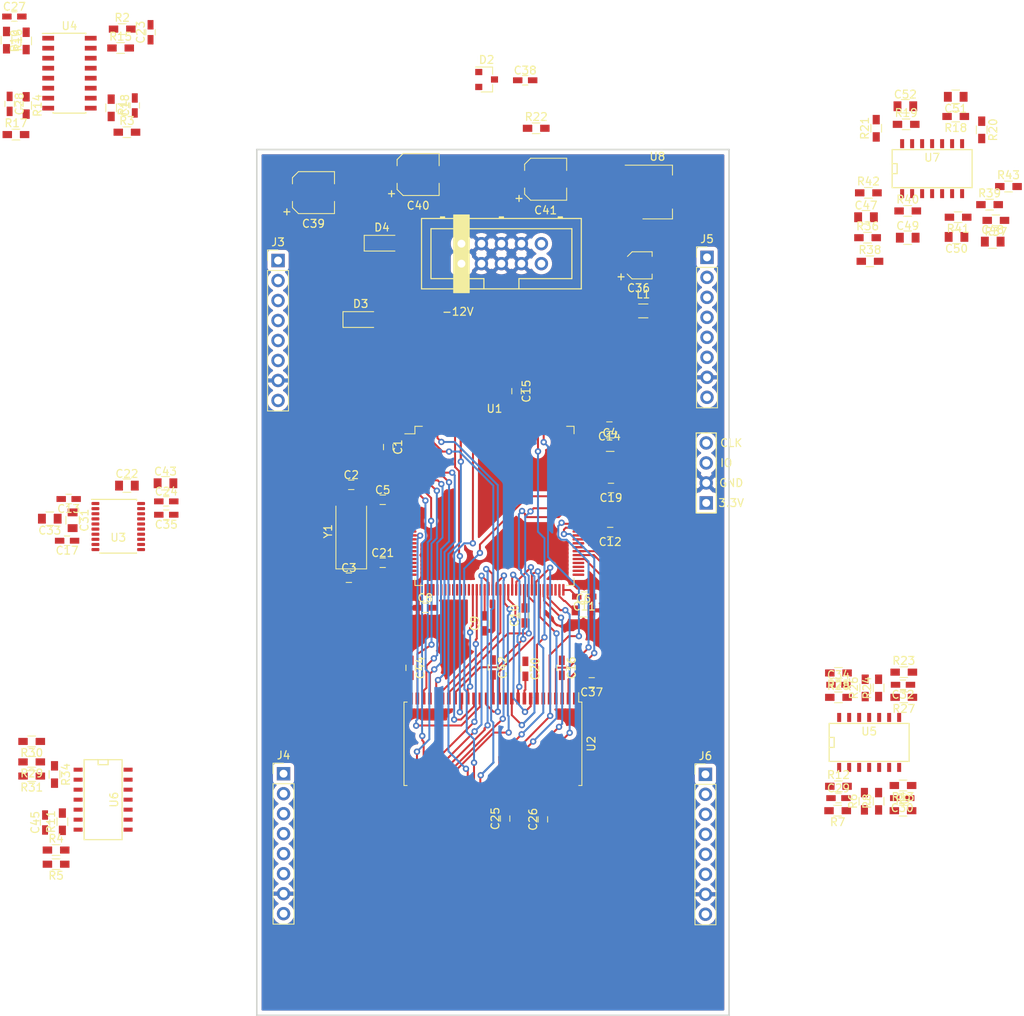
<source format=kicad_pcb>
(kicad_pcb (version 20171130) (host pcbnew "(5.1.5)-3")
  (layers (0 F.Cu signal) (31 B.Cu signal) (34 B.Paste user) (35 F.Paste user) (36 B.SilkS user) (37 F.SilkS user) (38 B.Mask user) (39 F.Mask user) (44 Edge.Cuts user))
  (net 0 "")
  (net 1 GND)
  (net 2 "Net-(C2-Pad1)")
  (net 3 "Net-(C3-Pad1)")
  (net 4 VCC)
  (net 5 VEE)
  (net 6 AREF_-5)
  (net 7 -12V)
  (net 8 +12V)
  (net 9 +3.3VA)
  (net 10 "Net-(U1-Pad1)")
  (net 11 "Net-(U1-Pad3)")
  (net 12 "Net-(U1-Pad4)")
  (net 13 "Net-(U1-Pad28)")
  (net 14 "Net-(U1-Pad29)")
  (net 15 "Net-(C23-Pad1)")
  (net 16 "Net-(C27-Pad1)")
  (net 17 "Net-(C28-Pad1)")
  (net 18 "Net-(C31-Pad1)")
  (net 19 "Net-(C31-Pad2)")
  (net 20 "Net-(C32-Pad2)")
  (net 21 "Net-(C33-Pad1)")
  (net 22 "Net-(C34-Pad2)")
  (net 23 "Net-(C35-Pad2)")
  (net 24 "Net-(U1-Pad9)")
  (net 25 "Net-(U1-Pad20)")
  (net 26 "Net-(U1-Pad21)")
  (net 27 +3V3)
  (net 28 "Net-(C4-Pad1)")
  (net 29 "Net-(C6-Pad1)")
  (net 30 "Net-(C18-Pad1)")
  (net 31 /AUDIO_IN_L)
  (net 32 "Net-(C29-Pad2)")
  (net 33 /AUDIO_IN_R)
  (net 34 "Net-(C30-Pad2)")
  (net 35 /DELAY_CV_SCALED_L)
  (net 36 /DELAY_CV_SCALED_R)
  (net 37 /FEEDBACK_CV_SCALED)
  (net 38 "Net-(C45-Pad2)")
  (net 39 "Net-(C47-Pad1)")
  (net 40 "Net-(C48-Pad1)")
  (net 41 "Net-(C49-Pad1)")
  (net 42 "Net-(C49-Pad2)")
  (net 43 "Net-(C50-Pad1)")
  (net 44 "Net-(C50-Pad2)")
  (net 45 "Net-(C51-Pad1)")
  (net 46 /DRY_OUT_L)
  (net 47 "Net-(C52-Pad1)")
  (net 48 /DRY_OUT_R)
  (net 49 /SWIO)
  (net 50 /SWCLK)
  (net 51 /DELAY_CHORUS)
  (net 52 /MODE1)
  (net 53 /MODE2)
  (net 54 /USB_VBUS)
  (net 55 /USB_DM)
  (net 56 /USB_DP)
  (net 57 /EXT_AUDIO_IN_L)
  (net 58 /EXT_AUDIO_IN_R)
  (net 59 /RESET)
  (net 60 /EXT_AUDIO_OUT_L)
  (net 61 /EXT_AUDIO_OUT_R)
  (net 62 /CLOCK)
  (net 63 /DELAY_CV_L)
  (net 64 /DELAY_POT_L)
  (net 65 /DELAY_CV_R)
  (net 66 /DELAY_POT_R)
  (net 67 /ADC12_INP7_PA7)
  (net 68 /ADC12_INP14_PA2)
  (net 69 /MIX_POT)
  (net 70 /MIX_CV)
  (net 71 /FEEDBACK_CV)
  (net 72 /FEEDBACK_POT)
  (net 73 /LED1)
  (net 74 /LED2)
  (net 75 "Net-(R1-Pad1)")
  (net 76 "Net-(R15-Pad2)")
  (net 77 "Net-(R10-Pad1)")
  (net 78 /DAC_OUT_AMP_L)
  (net 79 "Net-(R14-Pad1)")
  (net 80 /DAC_OUT_AMP_R)
  (net 81 "Net-(R29-Pad1)")
  (net 82 /WET_DRY_MIX)
  (net 83 /DAC_OUT_L)
  (net 84 /DAC_OUT_R)
  (net 85 /FMC_~BL1)
  (net 86 /FMC_~BL0)
  (net 87 /DAC_LRCLK)
  (net 88 "Net-(U1-Pad139)")
  (net 89 "Net-(U1-Pad137)")
  (net 90 /FMC_SD~E1)
  (net 91 /FMC_SDCKE1)
  (net 92 "Net-(U1-Pad134)")
  (net 93 "Net-(U1-Pad133)")
  (net 94 /FMC_~CAS)
  (net 95 "Net-(U1-Pad129)")
  (net 96 "Net-(U1-Pad128)")
  (net 97 "Net-(U1-Pad127)")
  (net 98 "Net-(U1-Pad126)")
  (net 99 "Net-(U1-Pad125)")
  (net 100 "Net-(U1-Pad124)")
  (net 101 "Net-(U1-Pad123)")
  (net 102 "Net-(U1-Pad122)")
  (net 103 "Net-(U1-Pad119)")
  (net 104 "Net-(U1-Pad118)")
  (net 105 "Net-(U1-Pad117)")
  (net 106 "Net-(U1-Pad116)")
  (net 107 /FMC_D3)
  (net 108 /FMC_D2)
  (net 109 "Net-(U1-Pad113)")
  (net 110 "Net-(U1-Pad110)")
  (net 111 "Net-(U1-Pad102)")
  (net 112 "Net-(U1-Pad100)")
  (net 113 "Net-(U1-Pad99)")
  (net 114 "Net-(U1-Pad96)")
  (net 115 /FMC_SDCLK)
  (net 116 "Net-(U1-Pad92)")
  (net 117 "Net-(U1-Pad91)")
  (net 118 /FMC_BA1)
  (net 119 /FMC_BA0)
  (net 120 "Net-(U1-Pad88)")
  (net 121 "Net-(U1-Pad87)")
  (net 122 /FMC_D1)
  (net 123 /FMC_D0)
  (net 124 "Net-(U1-Pad82)")
  (net 125 "Net-(U1-Pad81)")
  (net 126 "Net-(U1-Pad80)")
  (net 127 /FMC_D15)
  (net 128 /FMC_D14)
  (net 129 /FMC_D13)
  (net 130 /DAC_DATA)
  (net 131 "Net-(U1-Pad75)")
  (net 132 "Net-(U1-Pad74)")
  (net 133 "Net-(U1-Pad73)")
  (net 134 "Net-(U1-Pad70)")
  (net 135 /DAC_BCLK)
  (net 136 /FMC_D12)
  (net 137 /FMC_D11)
  (net 138 /FMC_D10)
  (net 139 /FMC_D9)
  (net 140 /FMC_D8)
  (net 141 /FMC_D7)
  (net 142 /FMC_D6)
  (net 143 /FMC_D5)
  (net 144 /FMC_D4)
  (net 145 /FMC_A11)
  (net 146 /FMC_A10)
  (net 147 /FMC_A9)
  (net 148 /FMC_A8)
  (net 149 /FMC_A7)
  (net 150 /FMC_A6)
  (net 151 /FMC_~RAS)
  (net 152 "Net-(U1-Pad48)")
  (net 153 /MIX_WET_CTL)
  (net 154 /MIX_DRY_CTL)
  (net 155 "Net-(U1-Pad36)")
  (net 156 /FMC_SD~WE)
  (net 157 "Net-(U1-Pad22)")
  (net 158 "Net-(U1-Pad19)")
  (net 159 "Net-(U1-Pad18)")
  (net 160 /FMC_A5)
  (net 161 /FMC_A4)
  (net 162 /FMC_A3)
  (net 163 /FMC_A2)
  (net 164 /FMC_A1)
  (net 165 /FMC_A0)
  (net 166 "Net-(U1-Pad8)")
  (net 167 "Net-(U1-Pad7)")
  (net 168 "Net-(U1-Pad5)")
  (net 169 "Net-(U1-Pad2)")
  (net 170 /CLOCK_SCALED)
  (net 171 "Net-(U6-Pad13)")
  (net 172 "Net-(U4-Pad1)")
  (net 173 "Net-(U2-Pad40)")
  (net 174 "Net-(U2-Pad36)")
  (module Capacitors_SMD:C_0603_HandSoldering (layer F.Cu) (at 134.125 115.975 270)
    (fp_text reference C20 (at 0 -1.25 90) (layer F.SilkS))
    (fp_text value 100nF)
    (pad 1 smd rect (at -0.95 0 270) (size 1.2 0.75) (layers F.Cu F.Paste F.Mask) (net 1 GND))
    (pad 2 smd rect (at 0.95 0 270) (size 1.2 0.75) (layers F.Cu F.Paste F.Mask) (net 27 +3V3))
  )
  (module Capacitors_SMD:C_0603_HandSoldering (layer F.Cu) (at 173.9 132.4)
    (fp_text reference C29 (at 0 -1.25) (layer F.SilkS))
    (fp_text value 1.5nF)
    (pad 1 smd rect (at -0.95 0) (size 1.2 0.75) (layers F.Cu F.Paste F.Mask) (net 31 /AUDIO_IN_L))
    (pad 2 smd rect (at 0.95 0) (size 1.2 0.75) (layers F.Cu F.Paste F.Mask) (net 32 "Net-(C29-Pad2)"))
  )
  (module Resistors_SMD:R_0603_HandSoldering (layer F.Cu) (at 173.8 134 180)
    (fp_text reference R7 (at 0 -1.45) (layer F.SilkS))
    (fp_text value 47k)
    (pad 1 smd rect (at -1.1 0 180) (size 1.2 0.9) (layers F.Cu F.Paste F.Mask) (net 32 "Net-(C29-Pad2)"))
    (pad 2 smd rect (at 1.1 0 180) (size 1.2 0.9) (layers F.Cu F.Paste F.Mask) (net 57 /EXT_AUDIO_IN_L))
  )
  (module Resistors_SMD:R_0603_HandSoldering (layer F.Cu) (at 173.9 130.9)
    (fp_text reference R12 (at 0 -1.45) (layer F.SilkS))
    (fp_text value 6k8)
    (pad 1 smd rect (at -1.1 0) (size 1.2 0.9) (layers F.Cu F.Paste F.Mask) (net 31 /AUDIO_IN_L))
    (pad 2 smd rect (at 1.1 0) (size 1.2 0.9) (layers F.Cu F.Paste F.Mask) (net 32 "Net-(C29-Pad2)"))
  )
  (module Custom_Footprints:TSOP-II-54_22.2x10.16mm_P0.8mm (layer F.Cu) (at 130 125.5 270)
    (fp_text reference U2 (at 0 -12.5 90) (layer F.SilkS))
    (fp_text value IS42S16400J-xC)
    (pad 54 smd rect (at 5.75 -10.4 270) (size 1.51 0.458) (layers F.Cu F.Paste F.Mask) (net 1 GND))
    (pad 53 smd rect (at 5.75 -9.6 270) (size 1.51 0.458) (layers F.Cu F.Paste F.Mask) (net 127 /FMC_D15))
    (pad 52 smd rect (at 5.75 -8.8 270) (size 1.51 0.458) (layers F.Cu F.Paste F.Mask) (net 1 GND))
    (pad 51 smd rect (at 5.75 -8 270) (size 1.51 0.458) (layers F.Cu F.Paste F.Mask) (net 128 /FMC_D14))
    (pad 50 smd rect (at 5.75 -7.2 270) (size 1.51 0.458) (layers F.Cu F.Paste F.Mask) (net 129 /FMC_D13))
    (pad 49 smd rect (at 5.75 -6.4 270) (size 1.51 0.458) (layers F.Cu F.Paste F.Mask) (net 27 +3V3))
    (pad 48 smd rect (at 5.75 -5.6 270) (size 1.51 0.458) (layers F.Cu F.Paste F.Mask) (net 136 /FMC_D12))
    (pad 47 smd rect (at 5.75 -4.8 270) (size 1.51 0.458) (layers F.Cu F.Paste F.Mask) (net 137 /FMC_D11))
    (pad 46 smd rect (at 5.75 -4 270) (size 1.51 0.458) (layers F.Cu F.Paste F.Mask) (net 1 GND))
    (pad 45 smd rect (at 5.75 -3.2 270) (size 1.51 0.458) (layers F.Cu F.Paste F.Mask) (net 138 /FMC_D10))
    (pad 44 smd rect (at 5.75 -2.4 270) (size 1.51 0.458) (layers F.Cu F.Paste F.Mask) (net 139 /FMC_D9))
    (pad 43 smd rect (at 5.75 -1.6 270) (size 1.51 0.458) (layers F.Cu F.Paste F.Mask) (net 27 +3V3))
    (pad 42 smd rect (at 5.75 -0.8 270) (size 1.51 0.458) (layers F.Cu F.Paste F.Mask) (net 140 /FMC_D8))
    (pad 41 smd rect (at 5.75 0 270) (size 1.51 0.458) (layers F.Cu F.Paste F.Mask) (net 1 GND))
    (pad 40 smd rect (at 5.75 0.8 270) (size 1.51 0.458) (layers F.Cu F.Paste F.Mask) (net 173 "Net-(U2-Pad40)"))
    (pad 39 smd rect (at 5.75 1.6 270) (size 1.51 0.458) (layers F.Cu F.Paste F.Mask) (net 85 /FMC_~BL1))
    (pad 38 smd rect (at 5.75 2.4 270) (size 1.51 0.458) (layers F.Cu F.Paste F.Mask) (net 115 /FMC_SDCLK))
    (pad 37 smd rect (at 5.75 3.2 270) (size 1.51 0.458) (layers F.Cu F.Paste F.Mask) (net 91 /FMC_SDCKE1))
    (pad 36 smd rect (at 5.75 4 270) (size 1.51 0.458) (layers F.Cu F.Paste F.Mask) (net 174 "Net-(U2-Pad36)"))
    (pad 35 smd rect (at 5.75 4.8 270) (size 1.51 0.458) (layers F.Cu F.Paste F.Mask) (net 145 /FMC_A11))
    (pad 34 smd rect (at 5.75 5.6 270) (size 1.51 0.458) (layers F.Cu F.Paste F.Mask) (net 147 /FMC_A9))
    (pad 33 smd rect (at 5.75 6.4 270) (size 1.51 0.458) (layers F.Cu F.Paste F.Mask) (net 148 /FMC_A8))
    (pad 32 smd rect (at 5.75 7.2 270) (size 1.51 0.458) (layers F.Cu F.Paste F.Mask) (net 149 /FMC_A7))
    (pad 31 smd rect (at 5.75 8 270) (size 1.51 0.458) (layers F.Cu F.Paste F.Mask) (net 150 /FMC_A6))
    (pad 30 smd rect (at 5.75 8.8 270) (size 1.51 0.458) (layers F.Cu F.Paste F.Mask) (net 160 /FMC_A5))
    (pad 29 smd rect (at 5.75 9.6 270) (size 1.51 0.458) (layers F.Cu F.Paste F.Mask) (net 161 /FMC_A4))
    (pad 28 smd rect (at 5.75 10.4 270) (size 1.51 0.458) (layers F.Cu F.Paste F.Mask) (net 1 GND))
    (pad 27 smd rect (at -5.75 10.4 270) (size 1.51 0.458) (layers F.Cu F.Paste F.Mask) (net 27 +3V3))
    (pad 26 smd rect (at -5.75 9.6 270) (size 1.51 0.458) (layers F.Cu F.Paste F.Mask) (net 162 /FMC_A3))
    (pad 25 smd rect (at -5.75 8.8 270) (size 1.51 0.458) (layers F.Cu F.Paste F.Mask) (net 163 /FMC_A2))
    (pad 24 smd rect (at -5.75 8 270) (size 1.51 0.458) (layers F.Cu F.Paste F.Mask) (net 164 /FMC_A1))
    (pad 23 smd rect (at -5.75 7.2 270) (size 1.51 0.458) (layers F.Cu F.Paste F.Mask) (net 165 /FMC_A0))
    (pad 22 smd rect (at -5.75 6.4 270) (size 1.51 0.458) (layers F.Cu F.Paste F.Mask) (net 146 /FMC_A10))
    (pad 21 smd rect (at -5.75 5.6 270) (size 1.51 0.458) (layers F.Cu F.Paste F.Mask) (net 118 /FMC_BA1))
    (pad 20 smd rect (at -5.75 4.8 270) (size 1.51 0.458) (layers F.Cu F.Paste F.Mask) (net 119 /FMC_BA0))
    (pad 19 smd rect (at -5.75 4 270) (size 1.51 0.458) (layers F.Cu F.Paste F.Mask) (net 90 /FMC_SD~E1))
    (pad 18 smd rect (at -5.75 3.2 270) (size 1.51 0.458) (layers F.Cu F.Paste F.Mask) (net 151 /FMC_~RAS))
    (pad 17 smd rect (at -5.75 2.4 270) (size 1.51 0.458) (layers F.Cu F.Paste F.Mask) (net 94 /FMC_~CAS))
    (pad 16 smd rect (at -5.75 1.6 270) (size 1.51 0.458) (layers F.Cu F.Paste F.Mask) (net 156 /FMC_SD~WE))
    (pad 15 smd rect (at -5.75 0.8 270) (size 1.51 0.458) (layers F.Cu F.Paste F.Mask) (net 86 /FMC_~BL0))
    (pad 14 smd rect (at -5.75 0 270) (size 1.51 0.458) (layers F.Cu F.Paste F.Mask) (net 27 +3V3))
    (pad 13 smd rect (at -5.75 -0.8 270) (size 1.51 0.458) (layers F.Cu F.Paste F.Mask) (net 141 /FMC_D7))
    (pad 12 smd rect (at -5.75 -1.6 270) (size 1.51 0.458) (layers F.Cu F.Paste F.Mask) (net 1 GND))
    (pad 11 smd rect (at -5.75 -2.4 270) (size 1.51 0.458) (layers F.Cu F.Paste F.Mask) (net 142 /FMC_D6))
    (pad 10 smd rect (at -5.75 -3.2 270) (size 1.51 0.458) (layers F.Cu F.Paste F.Mask) (net 143 /FMC_D5))
    (pad 9 smd rect (at -5.75 -4 270) (size 1.51 0.458) (layers F.Cu F.Paste F.Mask) (net 27 +3V3))
    (pad 8 smd rect (at -5.75 -4.8 270) (size 1.51 0.458) (layers F.Cu F.Paste F.Mask) (net 144 /FMC_D4))
    (pad 7 smd rect (at -5.75 -5.6 270) (size 1.51 0.458) (layers F.Cu F.Paste F.Mask) (net 107 /FMC_D3))
    (pad 6 smd rect (at -5.75 -6.4 270) (size 1.51 0.458) (layers F.Cu F.Paste F.Mask) (net 1 GND))
    (pad 5 smd rect (at -5.75 -7.2 270) (size 1.51 0.458) (layers F.Cu F.Paste F.Mask) (net 108 /FMC_D2))
    (pad 4 smd rect (at -5.75 -8 270) (size 1.51 0.458) (layers F.Cu F.Paste F.Mask) (net 122 /FMC_D1))
    (pad 3 smd rect (at -5.75 -8.8 270) (size 1.51 0.458) (layers F.Cu F.Paste F.Mask) (net 27 +3V3))
    (pad 2 smd rect (at -5.75 -9.6 270) (size 1.51 0.458) (layers F.Cu F.Paste F.Mask) (net 123 /FMC_D0))
    (pad 1 smd rect (at -5.75 -10.4 270) (size 1.51 0.458) (layers F.Cu F.Paste F.Mask) (net 27 +3V3))
  )
  (module Housings_SOIC:SOIC-16_3.9x9.9mm_Pitch1.27mm (layer F.Cu) (at 76.2 40.3)
    (fp_text reference U4 (at 0 -6) (layer F.SilkS))
    (fp_text value SSI2164)
    (pad 1 smd rect (at -2.7 -4.445) (size 1.5 0.6) (layers F.Cu F.Paste F.Mask) (net 172 "Net-(U4-Pad1)"))
    (pad 2 smd rect (at -2.7 -3.175) (size 1.5 0.6) (layers F.Cu F.Paste F.Mask) (net 77 "Net-(R10-Pad1)"))
    (pad 3 smd rect (at -2.7 -1.905) (size 1.5 0.6) (layers F.Cu F.Paste F.Mask) (net 153 /MIX_WET_CTL))
    (pad 4 smd rect (at -2.7 -0.635) (size 1.5 0.6) (layers F.Cu F.Paste F.Mask) (net 46 /DRY_OUT_L))
    (pad 5 smd rect (at -2.7 0.635) (size 1.5 0.6) (layers F.Cu F.Paste F.Mask) (net 48 /DRY_OUT_R))
    (pad 6 smd rect (at -2.7 1.905) (size 1.5 0.6) (layers F.Cu F.Paste F.Mask) (net 153 /MIX_WET_CTL))
    (pad 7 smd rect (at -2.7 3.175) (size 1.5 0.6) (layers F.Cu F.Paste F.Mask) (net 79 "Net-(R14-Pad1)"))
    (pad 8 smd rect (at -2.7 4.445) (size 1.5 0.6) (layers F.Cu F.Paste F.Mask) (net 1 GND))
    (pad 9 smd rect (at 2.7 4.445) (size 1.5 0.6) (layers F.Cu F.Paste F.Mask) (net 5 VEE))
    (pad 10 smd rect (at 2.7 3.175) (size 1.5 0.6) (layers F.Cu F.Paste F.Mask) (net 75 "Net-(R1-Pad1)"))
    (pad 11 smd rect (at 2.7 1.905) (size 1.5 0.6) (layers F.Cu F.Paste F.Mask) (net 154 /MIX_DRY_CTL))
    (pad 12 smd rect (at 2.7 0.635) (size 1.5 0.6) (layers F.Cu F.Paste F.Mask) (net 46 /DRY_OUT_L))
    (pad 13 smd rect (at 2.7 -0.635) (size 1.5 0.6) (layers F.Cu F.Paste F.Mask) (net 48 /DRY_OUT_R))
    (pad 14 smd rect (at 2.7 -1.905) (size 1.5 0.6) (layers F.Cu F.Paste F.Mask) (net 154 /MIX_DRY_CTL))
    (pad 15 smd rect (at 2.7 -3.175) (size 1.5 0.6) (layers F.Cu F.Paste F.Mask) (net 76 "Net-(R15-Pad2)"))
    (pad 16 smd rect (at 2.7 -4.445) (size 1.5 0.6) (layers F.Cu F.Paste F.Mask) (net 4 VCC))
  )
  (module Crystals:Crystal_SMD_0603-2pin_6.0x3.5mm_HandSoldering (layer F.Cu) (at 112 98.5 90)
    (fp_text reference Y1 (at 0 -2.95 90) (layer F.SilkS))
    (fp_text value "8MHz 20pF")
    (pad 1 smd rect (at -2.9125 0 90) (size 3.325 2.5) (layers F.Cu F.Paste F.Mask) (net 3 "Net-(C3-Pad1)"))
    (pad 2 smd rect (at 2.9125 0 90) (size 3.325 2.5) (layers F.Cu F.Paste F.Mask) (net 2 "Net-(C2-Pad1)"))
  )
  (module TO_SOT_Packages_SMD:SOT-223 (layer F.Cu) (at 150.9 55.4)
    (fp_text reference U8 (at 0 -4.5) (layer F.SilkS))
    (fp_text value LM1117-3.3)
    (pad 4 smd rect (at 3.15 0) (size 2 3.8) (layers F.Cu F.Paste F.Mask))
    (pad 2 smd rect (at -3.15 0) (size 2 1.5) (layers F.Cu F.Paste F.Mask) (net 27 +3V3))
    (pad 3 smd rect (at -3.15 2.3) (size 2 1.5) (layers F.Cu F.Paste F.Mask) (net 4 VCC))
    (pad 1 smd rect (at -3.15 -2.3) (size 2 1.5) (layers F.Cu F.Paste F.Mask) (net 1 GND))
  )
  (module SMD_Packages:SOIC-14_N (layer F.Cu) (at 185.8 52.3)
    (fp_text reference U7 (at 0 -1.27) (layer F.SilkS))
    (fp_text value TL074)
    (pad 1 smd rect (at -3.81 3.302) (size 0.508 1.143) (layers F.Cu F.Paste F.Mask) (net 41 "Net-(C49-Pad1)"))
    (pad 2 smd rect (at -2.54 3.302) (size 0.508 1.143) (layers F.Cu F.Paste F.Mask) (net 42 "Net-(C49-Pad2)"))
    (pad 3 smd rect (at -1.27 3.302) (size 0.508 1.143) (layers F.Cu F.Paste F.Mask) (net 1 GND))
    (pad 4 smd rect (at 0 3.302) (size 0.508 1.143) (layers F.Cu F.Paste F.Mask) (net 5 VEE))
    (pad 5 smd rect (at 1.27 3.302) (size 0.508 1.143) (layers F.Cu F.Paste F.Mask) (net 1 GND))
    (pad 6 smd rect (at 2.54 3.302) (size 0.508 1.143) (layers F.Cu F.Paste F.Mask) (net 44 "Net-(C50-Pad2)"))
    (pad 7 smd rect (at 3.81 3.302) (size 0.508 1.143) (layers F.Cu F.Paste F.Mask) (net 43 "Net-(C50-Pad1)"))
    (pad 8 smd rect (at 3.81 -3.048) (size 0.508 1.143) (layers F.Cu F.Paste F.Mask) (net 45 "Net-(C51-Pad1)"))
    (pad 9 smd rect (at 2.54 -3.048) (size 0.508 1.143) (layers F.Cu F.Paste F.Mask) (net 46 /DRY_OUT_L))
    (pad 11 smd rect (at 0 -3.048) (size 0.508 1.143) (layers F.Cu F.Paste F.Mask) (net 4 VCC))
    (pad 12 smd rect (at -1.27 -3.048) (size 0.508 1.143) (layers F.Cu F.Paste F.Mask) (net 1 GND))
    (pad 13 smd rect (at -2.54 -3.048) (size 0.508 1.143) (layers F.Cu F.Paste F.Mask) (net 48 /DRY_OUT_R))
    (pad 14 smd rect (at -3.81 -3.048) (size 0.508 1.143) (layers F.Cu F.Paste F.Mask) (net 47 "Net-(C52-Pad1)"))
    (pad 10 smd rect (at 1.27 -3.048) (size 0.508 1.143) (layers F.Cu F.Paste F.Mask) (net 1 GND))
  )
  (module SMD_Packages:SOIC-14_N (layer F.Cu) (at 80.6 132.6 270)
    (fp_text reference U6 (at 0 -1.27 90) (layer F.SilkS))
    (fp_text value MCP6004)
    (pad 1 smd rect (at -3.81 3.302 270) (size 0.508 1.143) (layers F.Cu F.Paste F.Mask) (net 82 /WET_DRY_MIX))
    (pad 2 smd rect (at -2.54 3.302 270) (size 0.508 1.143) (layers F.Cu F.Paste F.Mask) (net 81 "Net-(R29-Pad1)"))
    (pad 3 smd rect (at -1.27 3.302 270) (size 0.508 1.143) (layers F.Cu F.Paste F.Mask) (net 1 GND))
    (pad 4 smd rect (at 0 3.302 270) (size 0.508 1.143) (layers F.Cu F.Paste F.Mask) (net 9 +3.3VA))
    (pad 5 smd rect (at 1.27 3.302 270) (size 0.508 1.143) (layers F.Cu F.Paste F.Mask) (net 1 GND))
    (pad 6 smd rect (at 2.54 3.302 270) (size 0.508 1.143) (layers F.Cu F.Paste F.Mask) (net 38 "Net-(C45-Pad2)"))
    (pad 7 smd rect (at 3.81 3.302 270) (size 0.508 1.143) (layers F.Cu F.Paste F.Mask) (net 37 /FEEDBACK_CV_SCALED))
    (pad 8 smd rect (at 3.81 -3.048 270) (size 0.508 1.143) (layers F.Cu F.Paste F.Mask) (net 170 /CLOCK_SCALED))
    (pad 9 smd rect (at 2.54 -3.048 270) (size 0.508 1.143) (layers F.Cu F.Paste F.Mask) (net 170 /CLOCK_SCALED))
    (pad 11 smd rect (at 0 -3.048 270) (size 0.508 1.143) (layers F.Cu F.Paste F.Mask) (net 1 GND))
    (pad 12 smd rect (at -1.27 -3.048 270) (size 0.508 1.143) (layers F.Cu F.Paste F.Mask) (net 9 +3.3VA))
    (pad 13 smd rect (at -2.54 -3.048 270) (size 0.508 1.143) (layers F.Cu F.Paste F.Mask) (net 171 "Net-(U6-Pad13)"))
    (pad 14 smd rect (at -3.81 -3.048 270) (size 0.508 1.143) (layers F.Cu F.Paste F.Mask) (net 171 "Net-(U6-Pad13)"))
    (pad 10 smd rect (at 1.27 -3.048 270) (size 0.508 1.143) (layers F.Cu F.Paste F.Mask) (net 62 /CLOCK))
  )
  (module SMD_Packages:SOIC-14_N (layer F.Cu) (at 177.8 125.2)
    (fp_text reference U5 (at 0 -1.27) (layer F.SilkS))
    (fp_text value MCP6004)
    (pad 1 smd rect (at -3.81 3.302) (size 0.508 1.143) (layers F.Cu F.Paste F.Mask) (net 31 /AUDIO_IN_L))
    (pad 2 smd rect (at -2.54 3.302) (size 0.508 1.143) (layers F.Cu F.Paste F.Mask) (net 32 "Net-(C29-Pad2)"))
    (pad 3 smd rect (at -1.27 3.302) (size 0.508 1.143) (layers F.Cu F.Paste F.Mask) (net 1 GND))
    (pad 4 smd rect (at 0 3.302) (size 0.508 1.143) (layers F.Cu F.Paste F.Mask) (net 9 +3.3VA))
    (pad 5 smd rect (at 1.27 3.302) (size 0.508 1.143) (layers F.Cu F.Paste F.Mask) (net 1 GND))
    (pad 6 smd rect (at 2.54 3.302) (size 0.508 1.143) (layers F.Cu F.Paste F.Mask) (net 34 "Net-(C30-Pad2)"))
    (pad 7 smd rect (at 3.81 3.302) (size 0.508 1.143) (layers F.Cu F.Paste F.Mask) (net 33 /AUDIO_IN_R))
    (pad 8 smd rect (at 3.81 -3.048) (size 0.508 1.143) (layers F.Cu F.Paste F.Mask) (net 35 /DELAY_CV_SCALED_L))
    (pad 9 smd rect (at 2.54 -3.048) (size 0.508 1.143) (layers F.Cu F.Paste F.Mask) (net 20 "Net-(C32-Pad2)"))
    (pad 11 smd rect (at 0 -3.048) (size 0.508 1.143) (layers F.Cu F.Paste F.Mask) (net 1 GND))
    (pad 12 smd rect (at -1.27 -3.048) (size 0.508 1.143) (layers F.Cu F.Paste F.Mask) (net 1 GND))
    (pad 13 smd rect (at -2.54 -3.048) (size 0.508 1.143) (layers F.Cu F.Paste F.Mask) (net 22 "Net-(C34-Pad2)"))
    (pad 14 smd rect (at -3.81 -3.048) (size 0.508 1.143) (layers F.Cu F.Paste F.Mask) (net 36 /DELAY_CV_SCALED_R))
    (pad 10 smd rect (at 1.27 -3.048) (size 0.508 1.143) (layers F.Cu F.Paste F.Mask) (net 1 GND))
  )
  (module Custom_Footprints:SSOP-20_4.4x6.5mm_Pitch0.65mm_Round_Pads (layer F.Cu) (at 82.4 97.9)
    (fp_text reference U3 (at 0 1.4 -180) (layer F.SilkS))
    (fp_text value PCM5100APW)
    (pad 20 smd roundrect (at 2.9 -2.925) (size 1 0.4) (layers F.Cu F.Paste F.Mask) (net 27 +3V3))
    (pad 19 smd roundrect (at 2.9 -2.275) (size 1 0.4) (layers F.Cu F.Paste F.Mask) (net 1 GND))
    (pad 18 smd roundrect (at 2.9 -1.625) (size 1 0.4) (layers F.Cu F.Paste F.Mask) (net 23 "Net-(C35-Pad2)"))
    (pad 17 smd roundrect (at 2.9 -0.975) (size 1 0.4) (layers F.Cu F.Paste F.Mask) (net 27 +3V3))
    (pad 16 smd roundrect (at 2.9 -0.325) (size 1 0.4) (layers F.Cu F.Paste F.Mask) (net 1 GND))
    (pad 15 smd roundrect (at 2.9 0.325) (size 1 0.4) (layers F.Cu F.Paste F.Mask) (net 87 /DAC_LRCLK))
    (pad 14 smd roundrect (at 2.9 0.975) (size 1 0.4) (layers F.Cu F.Paste F.Mask) (net 130 /DAC_DATA))
    (pad 13 smd roundrect (at 2.9 1.625) (size 1 0.4) (layers F.Cu F.Paste F.Mask) (net 135 /DAC_BCLK))
    (pad 12 smd roundrect (at 2.9 2.275) (size 1 0.4) (layers F.Cu F.Paste F.Mask) (net 1 GND))
    (pad 11 smd roundrect (at 2.9 2.925) (size 1 0.4) (layers F.Cu F.Paste F.Mask) (net 27 +3V3))
    (pad 10 smd roundrect (at -2.9 2.925) (size 1 0.4) (layers F.Cu F.Paste F.Mask) (net 1 GND))
    (pad 9 smd roundrect (at -2.9 2.275) (size 1 0.4) (layers F.Cu F.Paste F.Mask) (net 1 GND))
    (pad 8 smd roundrect (at -2.9 1.625) (size 1 0.4) (layers F.Cu F.Paste F.Mask) (net 9 +3.3VA))
    (pad 7 smd roundrect (at -2.9 0.975) (size 1 0.4) (layers F.Cu F.Paste F.Mask) (net 84 /DAC_OUT_R))
    (pad 6 smd roundrect (at -2.9 0.325) (size 1 0.4) (layers F.Cu F.Paste F.Mask) (net 83 /DAC_OUT_L))
    (pad 5 smd roundrect (at -2.9 -0.325) (size 1 0.4) (layers F.Cu F.Paste F.Mask) (net 21 "Net-(C33-Pad1)"))
    (pad 4 smd roundrect (at -2.9 -0.975) (size 1 0.4) (layers F.Cu F.Paste F.Mask) (net 19 "Net-(C31-Pad2)"))
    (pad 3 smd roundrect (at -2.9 -1.625) (size 1 0.4) (layers F.Cu F.Paste F.Mask) (net 1 GND))
    (pad 2 smd roundrect (at -2.9 -2.275) (size 1 0.4) (layers F.Cu F.Paste F.Mask) (net 18 "Net-(C31-Pad1)"))
    (pad 1 smd roundrect (at -2.9 -2.925) (size 1 0.4) (layers F.Cu F.Paste F.Mask) (net 9 +3.3VA))
  )
  (module Package_QFP:LQFP-144_20x20mm_P0.5mm (layer F.Cu) (at 130.2 95.275)
    (fp_text reference U1 (at 0 -12.35) (layer F.SilkS))
    (fp_text value STM32H743ZITx)
    (pad 144 smd roundrect (at -8.75 -10.6625) (size 0.3 1.475) (layers F.Cu F.Paste F.Mask) (net 27 +3V3))
    (pad 143 smd roundrect (at -8.25 -10.6625) (size 0.3 1.475) (layers F.Cu F.Paste F.Mask) (net 9 +3.3VA))
    (pad 142 smd roundrect (at -7.75 -10.6625) (size 0.3 1.475) (layers F.Cu F.Paste F.Mask) (net 85 /FMC_~BL1))
    (pad 141 smd roundrect (at -7.25 -10.6625) (size 0.3 1.475) (layers F.Cu F.Paste F.Mask) (net 86 /FMC_~BL0))
    (pad 140 smd roundrect (at -6.75 -10.6625) (size 0.3 1.475) (layers F.Cu F.Paste F.Mask) (net 87 /DAC_LRCLK))
    (pad 139 smd roundrect (at -6.25 -10.6625) (size 0.3 1.475) (layers F.Cu F.Paste F.Mask) (net 88 "Net-(U1-Pad139)"))
    (pad 138 smd roundrect (at -5.75 -10.6625) (size 0.3 1.475) (layers F.Cu F.Paste F.Mask) (net 1 GND))
    (pad 137 smd roundrect (at -5.25 -10.6625) (size 0.3 1.475) (layers F.Cu F.Paste F.Mask) (net 89 "Net-(U1-Pad137)"))
    (pad 136 smd roundrect (at -4.75 -10.6625) (size 0.3 1.475) (layers F.Cu F.Paste F.Mask) (net 90 /FMC_SD~E1))
    (pad 135 smd roundrect (at -4.25 -10.6625) (size 0.3 1.475) (layers F.Cu F.Paste F.Mask) (net 91 /FMC_SDCKE1))
    (pad 134 smd roundrect (at -3.75 -10.6625) (size 0.3 1.475) (layers F.Cu F.Paste F.Mask) (net 92 "Net-(U1-Pad134)"))
    (pad 133 smd roundrect (at -3.25 -10.6625) (size 0.3 1.475) (layers F.Cu F.Paste F.Mask) (net 93 "Net-(U1-Pad133)"))
    (pad 132 smd roundrect (at -2.75 -10.6625) (size 0.3 1.475) (layers F.Cu F.Paste F.Mask) (net 94 /FMC_~CAS))
    (pad 131 smd roundrect (at -2.25 -10.6625) (size 0.3 1.475) (layers F.Cu F.Paste F.Mask) (net 27 +3V3))
    (pad 130 smd roundrect (at -1.75 -10.6625) (size 0.3 1.475) (layers F.Cu F.Paste F.Mask) (net 1 GND))
    (pad 129 smd roundrect (at -1.25 -10.6625) (size 0.3 1.475) (layers F.Cu F.Paste F.Mask) (net 95 "Net-(U1-Pad129)"))
    (pad 128 smd roundrect (at -0.75 -10.6625) (size 0.3 1.475) (layers F.Cu F.Paste F.Mask) (net 96 "Net-(U1-Pad128)"))
    (pad 127 smd roundrect (at -0.25 -10.6625) (size 0.3 1.475) (layers F.Cu F.Paste F.Mask) (net 97 "Net-(U1-Pad127)"))
    (pad 126 smd roundrect (at 0.25 -10.6625) (size 0.3 1.475) (layers F.Cu F.Paste F.Mask) (net 98 "Net-(U1-Pad126)"))
    (pad 125 smd roundrect (at 0.75 -10.6625) (size 0.3 1.475) (layers F.Cu F.Paste F.Mask) (net 99 "Net-(U1-Pad125)"))
    (pad 124 smd roundrect (at 1.25 -10.6625) (size 0.3 1.475) (layers F.Cu F.Paste F.Mask) (net 100 "Net-(U1-Pad124)"))
    (pad 123 smd roundrect (at 1.75 -10.6625) (size 0.3 1.475) (layers F.Cu F.Paste F.Mask) (net 101 "Net-(U1-Pad123)"))
    (pad 122 smd roundrect (at 2.25 -10.6625) (size 0.3 1.475) (layers F.Cu F.Paste F.Mask) (net 102 "Net-(U1-Pad122)"))
    (pad 121 smd roundrect (at 2.75 -10.6625) (size 0.3 1.475) (layers F.Cu F.Paste F.Mask) (net 27 +3V3))
    (pad 120 smd roundrect (at 3.25 -10.6625) (size 0.3 1.475) (layers F.Cu F.Paste F.Mask) (net 1 GND))
    (pad 119 smd roundrect (at 3.75 -10.6625) (size 0.3 1.475) (layers F.Cu F.Paste F.Mask) (net 103 "Net-(U1-Pad119)"))
    (pad 118 smd roundrect (at 4.25 -10.6625) (size 0.3 1.475) (layers F.Cu F.Paste F.Mask) (net 104 "Net-(U1-Pad118)"))
    (pad 117 smd roundrect (at 4.75 -10.6625) (size 0.3 1.475) (layers F.Cu F.Paste F.Mask) (net 105 "Net-(U1-Pad117)"))
    (pad 116 smd roundrect (at 5.25 -10.6625) (size 0.3 1.475) (layers F.Cu F.Paste F.Mask) (net 106 "Net-(U1-Pad116)"))
    (pad 115 smd roundrect (at 5.75 -10.6625) (size 0.3 1.475) (layers F.Cu F.Paste F.Mask) (net 107 /FMC_D3))
    (pad 114 smd roundrect (at 6.25 -10.6625) (size 0.3 1.475) (layers F.Cu F.Paste F.Mask) (net 108 /FMC_D2))
    (pad 113 smd roundrect (at 6.75 -10.6625) (size 0.3 1.475) (layers F.Cu F.Paste F.Mask) (net 109 "Net-(U1-Pad113)"))
    (pad 112 smd roundrect (at 7.25 -10.6625) (size 0.3 1.475) (layers F.Cu F.Paste F.Mask) (net 74 /LED2))
    (pad 111 smd roundrect (at 7.75 -10.6625) (size 0.3 1.475) (layers F.Cu F.Paste F.Mask) (net 73 /LED1))
    (pad 110 smd roundrect (at 8.25 -10.6625) (size 0.3 1.475) (layers F.Cu F.Paste F.Mask) (net 110 "Net-(U1-Pad110)"))
    (pad 109 smd roundrect (at 8.75 -10.6625) (size 0.3 1.475) (layers F.Cu F.Paste F.Mask) (net 50 /SWCLK))
    (pad 108 smd roundrect (at 10.6625 -8.75) (size 1.475 0.3) (layers F.Cu F.Paste F.Mask) (net 27 +3V3))
    (pad 107 smd roundrect (at 10.6625 -8.25) (size 1.475 0.3) (layers F.Cu F.Paste F.Mask) (net 1 GND))
    (pad 106 smd roundrect (at 10.6625 -7.75) (size 1.475 0.3) (layers F.Cu F.Paste F.Mask) (net 28 "Net-(C4-Pad1)"))
    (pad 105 smd roundrect (at 10.6625 -7.25) (size 1.475 0.3) (layers F.Cu F.Paste F.Mask) (net 49 /SWIO))
    (pad 104 smd roundrect (at 10.6625 -6.75) (size 1.475 0.3) (layers F.Cu F.Paste F.Mask) (net 56 /USB_DP))
    (pad 103 smd roundrect (at 10.6625 -6.25) (size 1.475 0.3) (layers F.Cu F.Paste F.Mask) (net 55 /USB_DM))
    (pad 102 smd roundrect (at 10.6625 -5.75) (size 1.475 0.3) (layers F.Cu F.Paste F.Mask) (net 111 "Net-(U1-Pad102)"))
    (pad 101 smd roundrect (at 10.6625 -5.25) (size 1.475 0.3) (layers F.Cu F.Paste F.Mask) (net 54 /USB_VBUS))
    (pad 100 smd roundrect (at 10.6625 -4.75) (size 1.475 0.3) (layers F.Cu F.Paste F.Mask) (net 112 "Net-(U1-Pad100)"))
    (pad 99 smd roundrect (at 10.6625 -4.25) (size 1.475 0.3) (layers F.Cu F.Paste F.Mask) (net 113 "Net-(U1-Pad99)"))
    (pad 98 smd roundrect (at 10.6625 -3.75) (size 1.475 0.3) (layers F.Cu F.Paste F.Mask) (net 53 /MODE2))
    (pad 97 smd roundrect (at 10.6625 -3.25) (size 1.475 0.3) (layers F.Cu F.Paste F.Mask) (net 52 /MODE1))
    (pad 96 smd roundrect (at 10.6625 -2.75) (size 1.475 0.3) (layers F.Cu F.Paste F.Mask) (net 114 "Net-(U1-Pad96)"))
    (pad 95 smd roundrect (at 10.6625 -2.25) (size 1.475 0.3) (layers F.Cu F.Paste F.Mask) (net 27 +3V3))
    (pad 94 smd roundrect (at 10.6625 -1.75) (size 1.475 0.3) (layers F.Cu F.Paste F.Mask) (net 1 GND))
    (pad 93 smd roundrect (at 10.6625 -1.25) (size 1.475 0.3) (layers F.Cu F.Paste F.Mask) (net 115 /FMC_SDCLK))
    (pad 92 smd roundrect (at 10.6625 -0.75) (size 1.475 0.3) (layers F.Cu F.Paste F.Mask) (net 116 "Net-(U1-Pad92)"))
    (pad 91 smd roundrect (at 10.6625 -0.25) (size 1.475 0.3) (layers F.Cu F.Paste F.Mask) (net 117 "Net-(U1-Pad91)"))
    (pad 90 smd roundrect (at 10.6625 0.25) (size 1.475 0.3) (layers F.Cu F.Paste F.Mask) (net 118 /FMC_BA1))
    (pad 89 smd roundrect (at 10.6625 0.75) (size 1.475 0.3) (layers F.Cu F.Paste F.Mask) (net 119 /FMC_BA0))
    (pad 88 smd roundrect (at 10.6625 1.25) (size 1.475 0.3) (layers F.Cu F.Paste F.Mask) (net 120 "Net-(U1-Pad88)"))
    (pad 87 smd roundrect (at 10.6625 1.75) (size 1.475 0.3) (layers F.Cu F.Paste F.Mask) (net 121 "Net-(U1-Pad87)"))
    (pad 86 smd roundrect (at 10.6625 2.25) (size 1.475 0.3) (layers F.Cu F.Paste F.Mask) (net 122 /FMC_D1))
    (pad 85 smd roundrect (at 10.6625 2.75) (size 1.475 0.3) (layers F.Cu F.Paste F.Mask) (net 123 /FMC_D0))
    (pad 84 smd roundrect (at 10.6625 3.25) (size 1.475 0.3) (layers F.Cu F.Paste F.Mask) (net 27 +3V3))
    (pad 83 smd roundrect (at 10.6625 3.75) (size 1.475 0.3) (layers F.Cu F.Paste F.Mask) (net 1 GND))
    (pad 82 smd roundrect (at 10.6625 4.25) (size 1.475 0.3) (layers F.Cu F.Paste F.Mask) (net 124 "Net-(U1-Pad82)"))
    (pad 81 smd roundrect (at 10.6625 4.75) (size 1.475 0.3) (layers F.Cu F.Paste F.Mask) (net 125 "Net-(U1-Pad81)"))
    (pad 80 smd roundrect (at 10.6625 5.25) (size 1.475 0.3) (layers F.Cu F.Paste F.Mask) (net 126 "Net-(U1-Pad80)"))
    (pad 79 smd roundrect (at 10.6625 5.75) (size 1.475 0.3) (layers F.Cu F.Paste F.Mask) (net 127 /FMC_D15))
    (pad 78 smd roundrect (at 10.6625 6.25) (size 1.475 0.3) (layers F.Cu F.Paste F.Mask) (net 128 /FMC_D14))
    (pad 77 smd roundrect (at 10.6625 6.75) (size 1.475 0.3) (layers F.Cu F.Paste F.Mask) (net 129 /FMC_D13))
    (pad 76 smd roundrect (at 10.6625 7.25) (size 1.475 0.3) (layers F.Cu F.Paste F.Mask) (net 130 /DAC_DATA))
    (pad 75 smd roundrect (at 10.6625 7.75) (size 1.475 0.3) (layers F.Cu F.Paste F.Mask) (net 131 "Net-(U1-Pad75)"))
    (pad 74 smd roundrect (at 10.6625 8.25) (size 1.475 0.3) (layers F.Cu F.Paste F.Mask) (net 132 "Net-(U1-Pad74)"))
    (pad 73 smd roundrect (at 10.6625 8.75) (size 1.475 0.3) (layers F.Cu F.Paste F.Mask) (net 133 "Net-(U1-Pad73)"))
    (pad 72 smd roundrect (at 8.75 10.6625) (size 0.3 1.475) (layers F.Cu F.Paste F.Mask) (net 27 +3V3))
    (pad 71 smd roundrect (at 8.25 10.6625) (size 0.3 1.475) (layers F.Cu F.Paste F.Mask) (net 29 "Net-(C6-Pad1)"))
    (pad 70 smd roundrect (at 7.75 10.6625) (size 0.3 1.475) (layers F.Cu F.Paste F.Mask) (net 134 "Net-(U1-Pad70)"))
    (pad 69 smd roundrect (at 7.25 10.6625) (size 0.3 1.475) (layers F.Cu F.Paste F.Mask) (net 135 /DAC_BCLK))
    (pad 68 smd roundrect (at 6.75 10.6625) (size 0.3 1.475) (layers F.Cu F.Paste F.Mask) (net 136 /FMC_D12))
    (pad 67 smd roundrect (at 6.25 10.6625) (size 0.3 1.475) (layers F.Cu F.Paste F.Mask) (net 137 /FMC_D11))
    (pad 66 smd roundrect (at 5.75 10.6625) (size 0.3 1.475) (layers F.Cu F.Paste F.Mask) (net 138 /FMC_D10))
    (pad 65 smd roundrect (at 5.25 10.6625) (size 0.3 1.475) (layers F.Cu F.Paste F.Mask) (net 139 /FMC_D9))
    (pad 64 smd roundrect (at 4.75 10.6625) (size 0.3 1.475) (layers F.Cu F.Paste F.Mask) (net 140 /FMC_D8))
    (pad 63 smd roundrect (at 4.25 10.6625) (size 0.3 1.475) (layers F.Cu F.Paste F.Mask) (net 141 /FMC_D7))
    (pad 62 smd roundrect (at 3.75 10.6625) (size 0.3 1.475) (layers F.Cu F.Paste F.Mask) (net 27 +3V3))
    (pad 61 smd roundrect (at 3.25 10.6625) (size 0.3 1.475) (layers F.Cu F.Paste F.Mask) (net 1 GND))
    (pad 60 smd roundrect (at 2.75 10.6625) (size 0.3 1.475) (layers F.Cu F.Paste F.Mask) (net 142 /FMC_D6))
    (pad 59 smd roundrect (at 2.25 10.6625) (size 0.3 1.475) (layers F.Cu F.Paste F.Mask) (net 143 /FMC_D5))
    (pad 58 smd roundrect (at 1.75 10.6625) (size 0.3 1.475) (layers F.Cu F.Paste F.Mask) (net 144 /FMC_D4))
    (pad 57 smd roundrect (at 1.25 10.6625) (size 0.3 1.475) (layers F.Cu F.Paste F.Mask) (net 145 /FMC_A11))
    (pad 56 smd roundrect (at 0.75 10.6625) (size 0.3 1.475) (layers F.Cu F.Paste F.Mask) (net 146 /FMC_A10))
    (pad 55 smd roundrect (at 0.25 10.6625) (size 0.3 1.475) (layers F.Cu F.Paste F.Mask) (net 147 /FMC_A9))
    (pad 54 smd roundrect (at -0.25 10.6625) (size 0.3 1.475) (layers F.Cu F.Paste F.Mask) (net 148 /FMC_A8))
    (pad 53 smd roundrect (at -0.75 10.6625) (size 0.3 1.475) (layers F.Cu F.Paste F.Mask) (net 149 /FMC_A7))
    (pad 52 smd roundrect (at -1.25 10.6625) (size 0.3 1.475) (layers F.Cu F.Paste F.Mask) (net 27 +3V3))
    (pad 51 smd roundrect (at -1.75 10.6625) (size 0.3 1.475) (layers F.Cu F.Paste F.Mask) (net 1 GND))
    (pad 50 smd roundrect (at -2.25 10.6625) (size 0.3 1.475) (layers F.Cu F.Paste F.Mask) (net 150 /FMC_A6))
    (pad 49 smd roundrect (at -2.75 10.6625) (size 0.3 1.475) (layers F.Cu F.Paste F.Mask) (net 151 /FMC_~RAS))
    (pad 48 smd roundrect (at -3.25 10.6625) (size 0.3 1.475) (layers F.Cu F.Paste F.Mask) (net 152 "Net-(U1-Pad48)"))
    (pad 47 smd roundrect (at -3.75 10.6625) (size 0.3 1.475) (layers F.Cu F.Paste F.Mask) (net 82 /WET_DRY_MIX))
    (pad 46 smd roundrect (at -4.25 10.6625) (size 0.3 1.475) (layers F.Cu F.Paste F.Mask) (net 72 /FEEDBACK_POT))
    (pad 45 smd roundrect (at -4.75 10.6625) (size 0.3 1.475) (layers F.Cu F.Paste F.Mask) (net 64 /DELAY_POT_L))
    (pad 44 smd roundrect (at -5.25 10.6625) (size 0.3 1.475) (layers F.Cu F.Paste F.Mask) (net 36 /DELAY_CV_SCALED_R))
    (pad 43 smd roundrect (at -5.75 10.6625) (size 0.3 1.475) (layers F.Cu F.Paste F.Mask) (net 37 /FEEDBACK_CV_SCALED))
    (pad 42 smd roundrect (at -6.25 10.6625) (size 0.3 1.475) (layers F.Cu F.Paste F.Mask) (net 31 /AUDIO_IN_L))
    (pad 41 smd roundrect (at -6.75 10.6625) (size 0.3 1.475) (layers F.Cu F.Paste F.Mask) (net 153 /MIX_WET_CTL))
    (pad 40 smd roundrect (at -7.25 10.6625) (size 0.3 1.475) (layers F.Cu F.Paste F.Mask) (net 154 /MIX_DRY_CTL))
    (pad 39 smd roundrect (at -7.75 10.6625) (size 0.3 1.475) (layers F.Cu F.Paste F.Mask) (net 27 +3V3))
    (pad 38 smd roundrect (at -8.25 10.6625) (size 0.3 1.475) (layers F.Cu F.Paste F.Mask) (net 1 GND))
    (pad 37 smd roundrect (at -8.75 10.6625) (size 0.3 1.475) (layers F.Cu F.Paste F.Mask) (net 35 /DELAY_CV_SCALED_L))
    (pad 36 smd roundrect (at -10.6625 8.75) (size 1.475 0.3) (layers F.Cu F.Paste F.Mask) (net 155 "Net-(U1-Pad36)"))
    (pad 35 smd roundrect (at -10.6625 8.25) (size 1.475 0.3) (layers F.Cu F.Paste F.Mask) (net 66 /DELAY_POT_R))
    (pad 34 smd roundrect (at -10.6625 7.75) (size 1.475 0.3) (layers F.Cu F.Paste F.Mask) (net 65 /DELAY_CV_R))
    (pad 33 smd roundrect (at -10.6625 7.25) (size 1.475 0.3) (layers F.Cu F.Paste F.Mask) (net 9 +3.3VA))
    (pad 32 smd roundrect (at -10.6625 6.75) (size 1.475 0.3) (layers F.Cu F.Paste F.Mask) (net 9 +3.3VA))
    (pad 31 smd roundrect (at -10.6625 6.25) (size 1.475 0.3) (layers F.Cu F.Paste F.Mask) (net 1 GND))
    (pad 30 smd roundrect (at -10.6625 5.75) (size 1.475 0.3) (layers F.Cu F.Paste F.Mask) (net 27 +3V3))
    (pad 29 smd roundrect (at -10.6625 5.25) (size 1.475 0.3) (layers F.Cu F.Paste F.Mask) (net 14 "Net-(U1-Pad29)"))
    (pad 28 smd roundrect (at -10.6625 4.75) (size 1.475 0.3) (layers F.Cu F.Paste F.Mask) (net 13 "Net-(U1-Pad28)"))
    (pad 27 smd roundrect (at -10.6625 4.25) (size 1.475 0.3) (layers F.Cu F.Paste F.Mask) (net 33 /AUDIO_IN_R))
    (pad 26 smd roundrect (at -10.6625 3.75) (size 1.475 0.3) (layers F.Cu F.Paste F.Mask) (net 156 /FMC_SD~WE))
    (pad 25 smd roundrect (at -10.6625 3.25) (size 1.475 0.3) (layers F.Cu F.Paste F.Mask) (net 59 /RESET))
    (pad 24 smd roundrect (at -10.6625 2.75) (size 1.475 0.3) (layers F.Cu F.Paste F.Mask) (net 3 "Net-(C3-Pad1)"))
    (pad 23 smd roundrect (at -10.6625 2.25) (size 1.475 0.3) (layers F.Cu F.Paste F.Mask) (net 2 "Net-(C2-Pad1)"))
    (pad 22 smd roundrect (at -10.6625 1.75) (size 1.475 0.3) (layers F.Cu F.Paste F.Mask) (net 157 "Net-(U1-Pad22)"))
    (pad 21 smd roundrect (at -10.6625 1.25) (size 1.475 0.3) (layers F.Cu F.Paste F.Mask) (net 26 "Net-(U1-Pad21)"))
    (pad 20 smd roundrect (at -10.6625 0.75) (size 1.475 0.3) (layers F.Cu F.Paste F.Mask) (net 25 "Net-(U1-Pad20)"))
    (pad 19 smd roundrect (at -10.6625 0.25) (size 1.475 0.3) (layers F.Cu F.Paste F.Mask) (net 158 "Net-(U1-Pad19)"))
    (pad 18 smd roundrect (at -10.6625 -0.25) (size 1.475 0.3) (layers F.Cu F.Paste F.Mask) (net 159 "Net-(U1-Pad18)"))
    (pad 17 smd roundrect (at -10.6625 -0.75) (size 1.475 0.3) (layers F.Cu F.Paste F.Mask) (net 27 +3V3))
    (pad 16 smd roundrect (at -10.6625 -1.25) (size 1.475 0.3) (layers F.Cu F.Paste F.Mask) (net 1 GND))
    (pad 15 smd roundrect (at -10.6625 -1.75) (size 1.475 0.3) (layers F.Cu F.Paste F.Mask) (net 160 /FMC_A5))
    (pad 14 smd roundrect (at -10.6625 -2.25) (size 1.475 0.3) (layers F.Cu F.Paste F.Mask) (net 161 /FMC_A4))
    (pad 13 smd roundrect (at -10.6625 -2.75) (size 1.475 0.3) (layers F.Cu F.Paste F.Mask) (net 162 /FMC_A3))
    (pad 12 smd roundrect (at -10.6625 -3.25) (size 1.475 0.3) (layers F.Cu F.Paste F.Mask) (net 163 /FMC_A2))
    (pad 11 smd roundrect (at -10.6625 -3.75) (size 1.475 0.3) (layers F.Cu F.Paste F.Mask) (net 164 /FMC_A1))
    (pad 10 smd roundrect (at -10.6625 -4.25) (size 1.475 0.3) (layers F.Cu F.Paste F.Mask) (net 165 /FMC_A0))
    (pad 9 smd roundrect (at -10.6625 -4.75) (size 1.475 0.3) (layers F.Cu F.Paste F.Mask) (net 24 "Net-(U1-Pad9)"))
    (pad 8 smd roundrect (at -10.6625 -5.25) (size 1.475 0.3) (layers F.Cu F.Paste F.Mask) (net 166 "Net-(U1-Pad8)"))
    (pad 7 smd roundrect (at -10.6625 -5.75) (size 1.475 0.3) (layers F.Cu F.Paste F.Mask) (net 167 "Net-(U1-Pad7)"))
    (pad 6 smd roundrect (at -10.6625 -6.25) (size 1.475 0.3) (layers F.Cu F.Paste F.Mask) (net 27 +3V3))
    (pad 5 smd roundrect (at -10.6625 -6.75) (size 1.475 0.3) (layers F.Cu F.Paste F.Mask) (net 168 "Net-(U1-Pad5)"))
    (pad 4 smd roundrect (at -10.6625 -7.25) (size 1.475 0.3) (layers F.Cu F.Paste F.Mask) (net 12 "Net-(U1-Pad4)"))
    (pad 3 smd roundrect (at -10.6625 -7.75) (size 1.475 0.3) (layers F.Cu F.Paste F.Mask) (net 11 "Net-(U1-Pad3)"))
    (pad 2 smd roundrect (at -10.6625 -8.25) (size 1.475 0.3) (layers F.Cu F.Paste F.Mask) (net 169 "Net-(U1-Pad2)"))
    (pad 1 smd roundrect (at -10.6625 -8.75) (size 1.475 0.3) (layers F.Cu F.Paste F.Mask) (net 10 "Net-(U1-Pad1)"))
  )
  (module Resistors_SMD:R_0603_HandSoldering (layer F.Cu) (at 195.5 54.7)
    (fp_text reference R43 (at 0 -1.45) (layer F.SilkS))
    (fp_text value 1k)
    (pad 1 smd rect (at -1.1 0) (size 1.2 0.9) (layers F.Cu F.Paste F.Mask) (net 80 /DAC_OUT_AMP_R))
    (pad 2 smd rect (at 1.1 0) (size 1.2 0.9) (layers F.Cu F.Paste F.Mask) (net 43 "Net-(C50-Pad1)"))
  )
  (module Resistors_SMD:R_0603_HandSoldering (layer F.Cu) (at 177.7 55.5)
    (fp_text reference R42 (at 0 -1.45) (layer F.SilkS))
    (fp_text value 1k)
    (pad 1 smd rect (at -1.1 0) (size 1.2 0.9) (layers F.Cu F.Paste F.Mask) (net 78 /DAC_OUT_AMP_L))
    (pad 2 smd rect (at 1.1 0) (size 1.2 0.9) (layers F.Cu F.Paste F.Mask) (net 41 "Net-(C49-Pad1)"))
  )
  (module Resistors_SMD:R_0603_HandSoldering (layer F.Cu) (at 189.1 58.6 180)
    (fp_text reference R41 (at 0 -1.45) (layer F.SilkS))
    (fp_text value 33k)
    (pad 1 smd rect (at -1.1 0 180) (size 1.2 0.9) (layers F.Cu F.Paste F.Mask) (net 43 "Net-(C50-Pad1)"))
    (pad 2 smd rect (at 1.1 0 180) (size 1.2 0.9) (layers F.Cu F.Paste F.Mask) (net 44 "Net-(C50-Pad2)"))
  )
  (module Resistors_SMD:R_0603_HandSoldering (layer F.Cu) (at 182.7 57.8)
    (fp_text reference R40 (at 0 -1.45) (layer F.SilkS))
    (fp_text value 33k)
    (pad 1 smd rect (at -1.1 0) (size 1.2 0.9) (layers F.Cu F.Paste F.Mask) (net 41 "Net-(C49-Pad1)"))
    (pad 2 smd rect (at 1.1 0) (size 1.2 0.9) (layers F.Cu F.Paste F.Mask) (net 42 "Net-(C49-Pad2)"))
  )
  (module Resistors_SMD:R_0603_HandSoldering (layer F.Cu) (at 193.1 57)
    (fp_text reference R39 (at 0 -1.45) (layer F.SilkS))
    (fp_text value 10k)
    (pad 1 smd rect (at -1.1 0) (size 1.2 0.9) (layers F.Cu F.Paste F.Mask) (net 44 "Net-(C50-Pad2)"))
    (pad 2 smd rect (at 1.1 0) (size 1.2 0.9) (layers F.Cu F.Paste F.Mask) (net 40 "Net-(C48-Pad1)"))
  )
  (module Resistors_SMD:R_0603_HandSoldering (layer F.Cu) (at 177.9 64.2)
    (fp_text reference R38 (at 0 -1.45) (layer F.SilkS))
    (fp_text value 10k)
    (pad 1 smd rect (at -1.1 0) (size 1.2 0.9) (layers F.Cu F.Paste F.Mask) (net 42 "Net-(C49-Pad2)"))
    (pad 2 smd rect (at 1.1 0) (size 1.2 0.9) (layers F.Cu F.Paste F.Mask) (net 39 "Net-(C47-Pad1)"))
  )
  (module Resistors_SMD:R_0603_HandSoldering (layer F.Cu) (at 193.9 59 180)
    (fp_text reference R37 (at 0 -1.45) (layer F.SilkS))
    (fp_text value 2k2)
    (pad 1 smd rect (at -1.1 0 180) (size 1.2 0.9) (layers F.Cu F.Paste F.Mask) (net 40 "Net-(C48-Pad1)"))
    (pad 2 smd rect (at 1.1 0 180) (size 1.2 0.9) (layers F.Cu F.Paste F.Mask) (net 84 /DAC_OUT_R))
  )
  (module Resistors_SMD:R_0603_HandSoldering (layer F.Cu) (at 177.6 61.2)
    (fp_text reference R36 (at 0 -1.45) (layer F.SilkS))
    (fp_text value 2k2)
    (pad 1 smd rect (at -1.1 0) (size 1.2 0.9) (layers F.Cu F.Paste F.Mask) (net 39 "Net-(C47-Pad1)"))
    (pad 2 smd rect (at 1.1 0) (size 1.2 0.9) (layers F.Cu F.Paste F.Mask) (net 83 /DAC_OUT_L))
  )
  (module Resistors_SMD:R_0603_HandSoldering (layer F.Cu) (at 74.3 129.4 270)
    (fp_text reference R34 (at 0 -1.45 90) (layer F.SilkS))
    (fp_text value 47k)
    (pad 1 smd rect (at -1.1 0 270) (size 1.2 0.9) (layers F.Cu F.Paste F.Mask) (net 82 /WET_DRY_MIX))
    (pad 2 smd rect (at 1.1 0 270) (size 1.2 0.9) (layers F.Cu F.Paste F.Mask) (net 81 "Net-(R29-Pad1)"))
  )
  (module Resistors_SMD:R_0603_HandSoldering (layer F.Cu) (at 71.4 129.6 180)
    (fp_text reference R31 (at 0 -1.45) (layer F.SilkS))
    (fp_text value 47k)
    (pad 1 smd rect (at -1.1 0 180) (size 1.2 0.9) (layers F.Cu F.Paste F.Mask) (net 81 "Net-(R29-Pad1)"))
    (pad 2 smd rect (at 1.1 0 180) (size 1.2 0.9) (layers F.Cu F.Paste F.Mask) (net 69 /MIX_POT))
  )
  (module Resistors_SMD:R_0603_HandSoldering (layer F.Cu) (at 71.4 125.2 180)
    (fp_text reference R30 (at 0 -1.45) (layer F.SilkS))
    (fp_text value 91k)
    (pad 1 smd rect (at -1.1 0 180) (size 1.2 0.9) (layers F.Cu F.Paste F.Mask) (net 81 "Net-(R29-Pad1)"))
    (pad 2 smd rect (at 1.1 0 180) (size 1.2 0.9) (layers F.Cu F.Paste F.Mask) (net 70 /MIX_CV))
  )
  (module Resistors_SMD:R_0603_HandSoldering (layer F.Cu) (at 71.4 127.8 180)
    (fp_text reference R29 (at 0 -1.45) (layer F.SilkS))
    (fp_text value 75k)
    (pad 1 smd rect (at -1.1 0 180) (size 1.2 0.9) (layers F.Cu F.Paste F.Mask) (net 81 "Net-(R29-Pad1)"))
    (pad 2 smd rect (at 1.1 0 180) (size 1.2 0.9) (layers F.Cu F.Paste F.Mask) (net 6 AREF_-5))
  )
  (module Resistors_SMD:R_0603_HandSoldering (layer F.Cu) (at 173.9 119.6)
    (fp_text reference R28 (at 0 -1.45) (layer F.SilkS))
    (fp_text value 47k)
    (pad 1 smd rect (at -1.1 0) (size 1.2 0.9) (layers F.Cu F.Paste F.Mask) (net 36 /DELAY_CV_SCALED_R))
    (pad 2 smd rect (at 1.1 0) (size 1.2 0.9) (layers F.Cu F.Paste F.Mask) (net 22 "Net-(C34-Pad2)"))
  )
  (module Resistors_SMD:R_0603_HandSoldering (layer F.Cu) (at 182.2 119.6 180)
    (fp_text reference R27 (at 0 -1.45) (layer F.SilkS))
    (fp_text value 47k)
    (pad 1 smd rect (at -1.1 0 180) (size 1.2 0.9) (layers F.Cu F.Paste F.Mask) (net 35 /DELAY_CV_SCALED_L))
    (pad 2 smd rect (at 1.1 0 180) (size 1.2 0.9) (layers F.Cu F.Paste F.Mask) (net 20 "Net-(C32-Pad2)"))
  )
  (module Resistors_SMD:R_0603_HandSoldering (layer F.Cu) (at 177.3 118.4 90)
    (fp_text reference R26 (at 0 -1.45 90) (layer F.SilkS))
    (fp_text value 100k)
    (pad 1 smd rect (at -1.1 0 90) (size 1.2 0.9) (layers F.Cu F.Paste F.Mask) (net 22 "Net-(C34-Pad2)"))
    (pad 2 smd rect (at 1.1 0 90) (size 1.2 0.9) (layers F.Cu F.Paste F.Mask) (net 65 /DELAY_CV_R))
  )
  (module Resistors_SMD:R_0603_HandSoldering (layer F.Cu) (at 173.9 116.5 180)
    (fp_text reference R25 (at 0 -1.45) (layer F.SilkS))
    (fp_text value 68k)
    (pad 1 smd rect (at -1.1 0 180) (size 1.2 0.9) (layers F.Cu F.Paste F.Mask) (net 22 "Net-(C34-Pad2)"))
    (pad 2 smd rect (at 1.1 0 180) (size 1.2 0.9) (layers F.Cu F.Paste F.Mask) (net 6 AREF_-5))
  )
  (module Resistors_SMD:R_0603_HandSoldering (layer F.Cu) (at 179 118.4 90)
    (fp_text reference R24 (at 0 -1.45 90) (layer F.SilkS))
    (fp_text value 100k)
    (pad 1 smd rect (at -1.1 0 90) (size 1.2 0.9) (layers F.Cu F.Paste F.Mask) (net 20 "Net-(C32-Pad2)"))
    (pad 2 smd rect (at 1.1 0 90) (size 1.2 0.9) (layers F.Cu F.Paste F.Mask) (net 63 /DELAY_CV_L))
  )
  (module Resistors_SMD:R_0603_HandSoldering (layer F.Cu) (at 182.2 116.4)
    (fp_text reference R23 (at 0 -1.45) (layer F.SilkS))
    (fp_text value 68k)
    (pad 1 smd rect (at -1.1 0) (size 1.2 0.9) (layers F.Cu F.Paste F.Mask) (net 20 "Net-(C32-Pad2)"))
    (pad 2 smd rect (at 1.1 0) (size 1.2 0.9) (layers F.Cu F.Paste F.Mask) (net 6 AREF_-5))
  )
  (module Resistors_SMD:R_0603_HandSoldering (layer F.Cu) (at 135.5 47.3)
    (fp_text reference R22 (at 0 -1.45) (layer F.SilkS))
    (fp_text value 2.2k)
    (pad 1 smd rect (at -1.1 0) (size 1.2 0.9) (layers F.Cu F.Paste F.Mask) (net 5 VEE))
    (pad 2 smd rect (at 1.1 0) (size 1.2 0.9) (layers F.Cu F.Paste F.Mask) (net 6 AREF_-5))
  )
  (module Resistors_SMD:R_0603_HandSoldering (layer F.Cu) (at 178.7 47.3 90)
    (fp_text reference R21 (at 0 -1.45 90) (layer F.SilkS))
    (fp_text value 1k)
    (pad 1 smd rect (at -1.1 0 90) (size 1.2 0.9) (layers F.Cu F.Paste F.Mask) (net 61 /EXT_AUDIO_OUT_R))
    (pad 2 smd rect (at 1.1 0 90) (size 1.2 0.9) (layers F.Cu F.Paste F.Mask) (net 47 "Net-(C52-Pad1)"))
  )
  (module Resistors_SMD:R_0603_HandSoldering (layer F.Cu) (at 192.1 47.5 270)
    (fp_text reference R20 (at 0 -1.45 90) (layer F.SilkS))
    (fp_text value 1k)
    (pad 1 smd rect (at -1.1 0 270) (size 1.2 0.9) (layers F.Cu F.Paste F.Mask) (net 60 /EXT_AUDIO_OUT_L))
    (pad 2 smd rect (at 1.1 0 270) (size 1.2 0.9) (layers F.Cu F.Paste F.Mask) (net 45 "Net-(C51-Pad1)"))
  )
  (module Resistors_SMD:R_0603_HandSoldering (layer F.Cu) (at 182.5 46.8)
    (fp_text reference R19 (at 0 -1.45) (layer F.SilkS))
    (fp_text value 30k)
    (pad 1 smd rect (at -1.1 0) (size 1.2 0.9) (layers F.Cu F.Paste F.Mask) (net 47 "Net-(C52-Pad1)"))
    (pad 2 smd rect (at 1.1 0) (size 1.2 0.9) (layers F.Cu F.Paste F.Mask) (net 48 /DRY_OUT_R))
  )
  (module Resistors_SMD:R_0603_HandSoldering (layer F.Cu) (at 188.8 45.8 180)
    (fp_text reference R18 (at 0 -1.45) (layer F.SilkS))
    (fp_text value 30k)
    (pad 1 smd rect (at -1.1 0 180) (size 1.2 0.9) (layers F.Cu F.Paste F.Mask) (net 45 "Net-(C51-Pad1)"))
    (pad 2 smd rect (at 1.1 0 180) (size 1.2 0.9) (layers F.Cu F.Paste F.Mask) (net 46 /DRY_OUT_L))
  )
  (module Resistors_SMD:R_0603_HandSoldering (layer F.Cu) (at 69.4 48.1)
    (fp_text reference R17 (at 0 -1.45) (layer F.SilkS))
    (fp_text value 510R)
    (pad 1 smd rect (at -1.1 0) (size 1.2 0.9) (layers F.Cu F.Paste F.Mask) (net 17 "Net-(C28-Pad1)"))
    (pad 2 smd rect (at 1.1 0) (size 1.2 0.9) (layers F.Cu F.Paste F.Mask) (net 79 "Net-(R14-Pad1)"))
  )
  (module Resistors_SMD:R_0603_HandSoldering (layer F.Cu) (at 68.2 36.1 270)
    (fp_text reference R16 (at 0 -1.45 90) (layer F.SilkS))
    (fp_text value 510R)
    (pad 1 smd rect (at -1.1 0 270) (size 1.2 0.9) (layers F.Cu F.Paste F.Mask) (net 16 "Net-(C27-Pad1)"))
    (pad 2 smd rect (at 1.1 0 270) (size 1.2 0.9) (layers F.Cu F.Paste F.Mask) (net 77 "Net-(R10-Pad1)"))
  )
  (module Resistors_SMD:R_0603_HandSoldering (layer F.Cu) (at 82.7 37.1)
    (fp_text reference R15 (at 0 -1.45) (layer F.SilkS))
    (fp_text value 510R)
    (pad 1 smd rect (at -1.1 0) (size 1.2 0.9) (layers F.Cu F.Paste F.Mask) (net 15 "Net-(C23-Pad1)"))
    (pad 2 smd rect (at 1.1 0) (size 1.2 0.9) (layers F.Cu F.Paste F.Mask) (net 76 "Net-(R15-Pad2)"))
  )
  (module Resistors_SMD:R_0603_HandSoldering (layer F.Cu) (at 70.7 44.4 270)
    (fp_text reference R14 (at 0 -1.45 90) (layer F.SilkS))
    (fp_text value 30k)
    (pad 1 smd rect (at -1.1 0 270) (size 1.2 0.9) (layers F.Cu F.Paste F.Mask) (net 79 "Net-(R14-Pad1)"))
    (pad 2 smd rect (at 1.1 0 270) (size 1.2 0.9) (layers F.Cu F.Paste F.Mask) (net 80 /DAC_OUT_AMP_R))
  )
  (module Resistors_SMD:R_0603_HandSoldering (layer F.Cu) (at 182.1 130.8 180)
    (fp_text reference R13 (at 0 -1.45) (layer F.SilkS))
    (fp_text value 6k8)
    (pad 1 smd rect (at -1.1 0 180) (size 1.2 0.9) (layers F.Cu F.Paste F.Mask) (net 33 /AUDIO_IN_R))
    (pad 2 smd rect (at 1.1 0 180) (size 1.2 0.9) (layers F.Cu F.Paste F.Mask) (net 34 "Net-(C30-Pad2)"))
  )
  (module Resistors_SMD:R_0603_HandSoldering (layer F.Cu) (at 75.3 135.4 90)
    (fp_text reference R11 (at 0 -1.45 90) (layer F.SilkS))
    (fp_text value 56k)
    (pad 1 smd rect (at -1.1 0 90) (size 1.2 0.9) (layers F.Cu F.Paste F.Mask) (net 37 /FEEDBACK_CV_SCALED))
    (pad 2 smd rect (at 1.1 0 90) (size 1.2 0.9) (layers F.Cu F.Paste F.Mask) (net 38 "Net-(C45-Pad2)"))
  )
  (module Resistors_SMD:R_0603_HandSoldering (layer F.Cu) (at 70.7 36.2 90)
    (fp_text reference R10 (at 0 -1.45 90) (layer F.SilkS))
    (fp_text value 30k)
    (pad 1 smd rect (at -1.1 0 90) (size 1.2 0.9) (layers F.Cu F.Paste F.Mask) (net 77 "Net-(R10-Pad1)"))
    (pad 2 smd rect (at 1.1 0 90) (size 1.2 0.9) (layers F.Cu F.Paste F.Mask) (net 78 /DAC_OUT_AMP_L))
  )
  (module Resistors_SMD:R_0603_HandSoldering (layer F.Cu) (at 182.1 134)
    (fp_text reference R9 (at 0 -1.45) (layer F.SilkS))
    (fp_text value 47k)
    (pad 1 smd rect (at -1.1 0) (size 1.2 0.9) (layers F.Cu F.Paste F.Mask) (net 34 "Net-(C30-Pad2)"))
    (pad 2 smd rect (at 1.1 0) (size 1.2 0.9) (layers F.Cu F.Paste F.Mask) (net 58 /EXT_AUDIO_IN_R))
  )
  (module Resistors_SMD:R_0603_HandSoldering (layer F.Cu) (at 179 132.8 90)
    (fp_text reference R8 (at 0 -1.45 90) (layer F.SilkS))
    (fp_text value 20k)
    (pad 1 smd rect (at -1.1 0 90) (size 1.2 0.9) (layers F.Cu F.Paste F.Mask) (net 34 "Net-(C30-Pad2)"))
    (pad 2 smd rect (at 1.1 0 90) (size 1.2 0.9) (layers F.Cu F.Paste F.Mask) (net 6 AREF_-5))
  )
  (module Resistors_SMD:R_0603_HandSoldering (layer F.Cu) (at 177.2 132.8 90)
    (fp_text reference R6 (at 0 -1.45 90) (layer F.SilkS))
    (fp_text value 20k)
    (pad 1 smd rect (at -1.1 0 90) (size 1.2 0.9) (layers F.Cu F.Paste F.Mask) (net 32 "Net-(C29-Pad2)"))
    (pad 2 smd rect (at 1.1 0 90) (size 1.2 0.9) (layers F.Cu F.Paste F.Mask) (net 6 AREF_-5))
  )
  (module Resistors_SMD:R_0603_HandSoldering (layer F.Cu) (at 74.5 140.8 180)
    (fp_text reference R5 (at 0 -1.45) (layer F.SilkS))
    (fp_text value 100k)
    (pad 1 smd rect (at -1.1 0 180) (size 1.2 0.9) (layers F.Cu F.Paste F.Mask) (net 38 "Net-(C45-Pad2)"))
    (pad 2 smd rect (at 1.1 0 180) (size 1.2 0.9) (layers F.Cu F.Paste F.Mask) (net 71 /FEEDBACK_CV))
  )
  (module Resistors_SMD:R_0603_HandSoldering (layer F.Cu) (at 74.5 139)
    (fp_text reference R4 (at 0 -1.45) (layer F.SilkS))
    (fp_text value 91k)
    (pad 1 smd rect (at -1.1 0) (size 1.2 0.9) (layers F.Cu F.Paste F.Mask) (net 38 "Net-(C45-Pad2)"))
    (pad 2 smd rect (at 1.1 0) (size 1.2 0.9) (layers F.Cu F.Paste F.Mask) (net 6 AREF_-5))
  )
  (module Resistors_SMD:R_0603_HandSoldering (layer F.Cu) (at 83.5 47.8)
    (fp_text reference R3 (at 0 -1.45) (layer F.SilkS))
    (fp_text value 510R)
    (pad 1 smd rect (at -1.1 0) (size 1.2 0.9) (layers F.Cu F.Paste F.Mask) (net 30 "Net-(C18-Pad1)"))
    (pad 2 smd rect (at 1.1 0) (size 1.2 0.9) (layers F.Cu F.Paste F.Mask) (net 75 "Net-(R1-Pad1)"))
  )
  (module Resistors_SMD:R_0603_HandSoldering (layer F.Cu) (at 82.9 34.7)
    (fp_text reference R2 (at 0 -1.45) (layer F.SilkS))
    (fp_text value 30k)
    (pad 1 smd rect (at -1.1 0) (size 1.2 0.9) (layers F.Cu F.Paste F.Mask) (net 76 "Net-(R15-Pad2)"))
    (pad 2 smd rect (at 1.1 0) (size 1.2 0.9) (layers F.Cu F.Paste F.Mask) (net 33 /AUDIO_IN_R))
  )
  (module Resistors_SMD:R_0603_HandSoldering (layer F.Cu) (at 81.5 44.7 270)
    (fp_text reference R1 (at 0 -1.45 90) (layer F.SilkS))
    (fp_text value 30k)
    (pad 1 smd rect (at -1.1 0 270) (size 1.2 0.9) (layers F.Cu F.Paste F.Mask) (net 75 "Net-(R1-Pad1)"))
    (pad 2 smd rect (at 1.1 0 270) (size 1.2 0.9) (layers F.Cu F.Paste F.Mask) (net 31 /AUDIO_IN_L))
  )
  (module Inductors_SMD:L_0805_HandSoldering (layer F.Cu) (at 149.1 70.5)
    (fp_text reference L1 (at 0 -2.1) (layer F.SilkS))
    (fp_text value L)
    (pad 1 smd rect (at -1.35 0) (size 1.5 1.3) (layers F.Cu F.Paste F.Mask) (net 9 +3.3VA))
    (pad 2 smd rect (at 1.35 0) (size 1.5 1.3) (layers F.Cu F.Paste F.Mask) (net 27 +3V3))
  )
  (module Socket_Strips:Socket_Strip_Straight_1x08_Pitch2.54mm (layer F.Cu) (at 157 129.38)
    (fp_text reference J6 (at 0 -2.33) (layer F.SilkS))
    (fp_text value Conn_01x08_Female)
    (pad 1 thru_hole rect (at 0 0) (size 1.7 1.7) (drill 1) (layers *.Cu *.Mask) (net 69 /MIX_POT))
    (pad 2 thru_hole oval (at 0 2.54) (size 1.7 1.7) (drill 1) (layers *.Cu *.Mask) (net 70 /MIX_CV))
    (pad 3 thru_hole oval (at 0 5.08) (size 1.7 1.7) (drill 1) (layers *.Cu *.Mask) (net 71 /FEEDBACK_CV))
    (pad 4 thru_hole oval (at 0 7.62) (size 1.7 1.7) (drill 1) (layers *.Cu *.Mask) (net 72 /FEEDBACK_POT))
    (pad 5 thru_hole oval (at 0 10.16) (size 1.7 1.7) (drill 1) (layers *.Cu *.Mask) (net 73 /LED1))
    (pad 6 thru_hole oval (at 0 12.7) (size 1.7 1.7) (drill 1) (layers *.Cu *.Mask) (net 74 /LED2))
    (pad 7 thru_hole oval (at 0 15.24) (size 1.7 1.7) (drill 1) (layers *.Cu *.Mask) (net 1 GND))
    (pad 8 thru_hole oval (at 0 17.78) (size 1.7 1.7) (drill 1) (layers *.Cu *.Mask) (net 9 +3.3VA))
  )
  (module Socket_Strips:Socket_Strip_Straight_1x08_Pitch2.54mm (layer F.Cu) (at 157.2 63.7)
    (fp_text reference J5 (at 0 -2.33) (layer F.SilkS))
    (fp_text value Conn_01x08_Female)
    (pad 1 thru_hole rect (at 0 0) (size 1.7 1.7) (drill 1) (layers *.Cu *.Mask) (net 63 /DELAY_CV_L))
    (pad 2 thru_hole oval (at 0 2.54) (size 1.7 1.7) (drill 1) (layers *.Cu *.Mask) (net 64 /DELAY_POT_L))
    (pad 3 thru_hole oval (at 0 5.08) (size 1.7 1.7) (drill 1) (layers *.Cu *.Mask) (net 65 /DELAY_CV_R))
    (pad 4 thru_hole oval (at 0 7.62) (size 1.7 1.7) (drill 1) (layers *.Cu *.Mask) (net 66 /DELAY_POT_R))
    (pad 5 thru_hole oval (at 0 10.16) (size 1.7 1.7) (drill 1) (layers *.Cu *.Mask) (net 67 /ADC12_INP7_PA7))
    (pad 6 thru_hole oval (at 0 12.7) (size 1.7 1.7) (drill 1) (layers *.Cu *.Mask) (net 68 /ADC12_INP14_PA2))
    (pad 7 thru_hole oval (at 0 15.24) (size 1.7 1.7) (drill 1) (layers *.Cu *.Mask) (net 1 GND))
    (pad 8 thru_hole oval (at 0 17.78) (size 1.7 1.7) (drill 1) (layers *.Cu *.Mask) (net 9 +3.3VA))
  )
  (module Socket_Strips:Socket_Strip_Straight_1x08_Pitch2.54mm (layer F.Cu) (at 103.4 129.3)
    (fp_text reference J4 (at 0 -2.33) (layer F.SilkS))
    (fp_text value Conn_01x08_Female)
    (pad 1 thru_hole rect (at 0 0) (size 1.7 1.7) (drill 1) (layers *.Cu *.Mask) (net 57 /EXT_AUDIO_IN_L))
    (pad 2 thru_hole oval (at 0 2.54) (size 1.7 1.7) (drill 1) (layers *.Cu *.Mask) (net 58 /EXT_AUDIO_IN_R))
    (pad 3 thru_hole oval (at 0 5.08) (size 1.7 1.7) (drill 1) (layers *.Cu *.Mask) (net 59 /RESET))
    (pad 4 thru_hole oval (at 0 7.62) (size 1.7 1.7) (drill 1) (layers *.Cu *.Mask) (net 60 /EXT_AUDIO_OUT_L))
    (pad 5 thru_hole oval (at 0 10.16) (size 1.7 1.7) (drill 1) (layers *.Cu *.Mask) (net 61 /EXT_AUDIO_OUT_R))
    (pad 6 thru_hole oval (at 0 12.7) (size 1.7 1.7) (drill 1) (layers *.Cu *.Mask) (net 62 /CLOCK))
    (pad 7 thru_hole oval (at 0 15.24) (size 1.7 1.7) (drill 1) (layers *.Cu *.Mask) (net 1 GND))
    (pad 8 thru_hole oval (at 0 17.78) (size 1.7 1.7) (drill 1) (layers *.Cu *.Mask) (net 9 +3.3VA))
  )
  (module Socket_Strips:Socket_Strip_Straight_1x08_Pitch2.54mm (layer F.Cu) (at 102.7 64.1)
    (fp_text reference J3 (at 0 -2.33) (layer F.SilkS))
    (fp_text value Conn_01x08_Female)
    (pad 1 thru_hole rect (at 0 0) (size 1.7 1.7) (drill 1) (layers *.Cu *.Mask) (net 51 /DELAY_CHORUS))
    (pad 2 thru_hole oval (at 0 2.54) (size 1.7 1.7) (drill 1) (layers *.Cu *.Mask) (net 52 /MODE1))
    (pad 3 thru_hole oval (at 0 5.08) (size 1.7 1.7) (drill 1) (layers *.Cu *.Mask) (net 53 /MODE2))
    (pad 4 thru_hole oval (at 0 7.62) (size 1.7 1.7) (drill 1) (layers *.Cu *.Mask) (net 54 /USB_VBUS))
    (pad 5 thru_hole oval (at 0 10.16) (size 1.7 1.7) (drill 1) (layers *.Cu *.Mask) (net 55 /USB_DM))
    (pad 6 thru_hole oval (at 0 12.7) (size 1.7 1.7) (drill 1) (layers *.Cu *.Mask) (net 56 /USB_DP))
    (pad 7 thru_hole oval (at 0 15.24) (size 1.7 1.7) (drill 1) (layers *.Cu *.Mask) (net 1 GND))
    (pad 8 thru_hole oval (at 0 17.78) (size 1.7 1.7) (drill 1) (layers *.Cu *.Mask) (net 9 +3.3VA))
  )
  (module Custom_Footprints:Eurorack_10_pin_header (layer F.Cu) (at 126 64.5)
    (fp_text reference J2 hide)
    (fp_text value Eurorack_10_pin_power)
    (fp_text user -12V (at -0.45 6.1 180) (layer F.SilkS))
    (pad 10 thru_hole circle (at 10.16 -2.54) (size 1.7 1.7) (drill 1) (layers *.Cu *.Mask) (net 8 +12V))
    (pad 9 thru_hole circle (at 10.16 0) (size 1.7 1.7) (drill 1) (layers *.Cu *.Mask) (net 8 +12V))
    (pad 8 thru_hole circle (at 7.62 -2.54) (size 1.7 1.7) (drill 1) (layers *.Cu *.Mask) (net 1 GND))
    (pad 7 thru_hole circle (at 7.62 0) (size 1.7 1.7) (drill 1) (layers *.Cu *.Mask) (net 1 GND))
    (pad 6 thru_hole circle (at 5.08 -2.54) (size 1.7 1.7) (drill 1) (layers *.Cu *.Mask) (net 1 GND))
    (pad 5 thru_hole circle (at 5.08 0) (size 1.7 1.7) (drill 1) (layers *.Cu *.Mask) (net 1 GND))
    (pad 4 thru_hole circle (at 2.54 -2.54) (size 1.7 1.7) (drill 1) (layers *.Cu *.Mask) (net 1 GND))
    (pad 3 thru_hole circle (at 2.54 0) (size 1.7 1.7) (drill 1) (layers *.Cu *.Mask) (net 1 GND))
    (pad 2 thru_hole circle (at 0 -2.54) (size 1.7 1.7) (drill 1) (layers *.Cu *.Mask) (net 7 -12V))
    (pad 1 thru_hole rect (at 0 0) (size 1.7 1.7) (drill 1) (layers *.Cu *.Mask) (net 7 -12V))
  )
  (module Custom_Footprints:SWD_header (layer F.Cu) (at 157.1 94.9 90)
    (fp_text reference J1 hide)
    (fp_text value SWD_Header)
    (fp_text user CLK (at 7.62 3.175) (layer F.SilkS))
    (fp_text user IO (at 5.08 2.54) (layer F.SilkS))
    (fp_text user GND (at 2.54 3.175) (layer F.SilkS))
    (fp_text user 3.3V (at 0 3.175) (layer F.SilkS))
    (pad 1 thru_hole rect (at 0 0 90) (size 1.7 1.7) (drill 1) (layers *.Cu *.Mask) (net 27 +3V3))
    (pad 2 thru_hole circle (at 2.54 0 90) (size 1.7 1.7) (drill 1) (layers *.Cu *.Mask) (net 1 GND))
    (pad 3 thru_hole circle (at 5.08 0 90) (size 1.7 1.7) (drill 1) (layers *.Cu *.Mask) (net 49 /SWIO))
    (pad 4 thru_hole circle (at 7.62 0 90) (size 1.7 1.7) (drill 1) (layers *.Cu *.Mask) (net 50 /SWCLK))
  )
  (module Diodes_SMD:D_SOD-123 (layer F.Cu) (at 115.9 61.9)
    (fp_text reference D4 (at 0 -2) (layer F.SilkS))
    (fp_text value 1N5819)
    (pad 1 smd rect (at -1.65 0) (size 0.9 1.2) (layers F.Cu F.Paste F.Mask) (net 7 -12V))
    (pad 2 smd rect (at 1.65 0) (size 0.9 1.2) (layers F.Cu F.Paste F.Mask) (net 5 VEE))
  )
  (module Diodes_SMD:D_SOD-123 (layer F.Cu) (at 113.2 71.6)
    (fp_text reference D3 (at 0 -2) (layer F.SilkS))
    (fp_text value 1N5819)
    (pad 1 smd rect (at -1.65 0) (size 0.9 1.2) (layers F.Cu F.Paste F.Mask) (net 4 VCC))
    (pad 2 smd rect (at 1.65 0) (size 0.9 1.2) (layers F.Cu F.Paste F.Mask) (net 8 +12V))
  )
  (module TO_SOT_Packages_SMD:SOT-23 (layer F.Cu) (at 129.2 41.1)
    (fp_text reference D2 (at 0 -2.5) (layer F.SilkS))
    (fp_text value LM4040DBZ-5)
    (pad 1 smd rect (at -1 -0.95) (size 0.9 0.8) (layers F.Cu F.Paste F.Mask) (net 1 GND))
    (pad 2 smd rect (at -1 0.95) (size 0.9 0.8) (layers F.Cu F.Paste F.Mask) (net 6 AREF_-5))
    (pad 3 smd rect (at 1 0) (size 0.9 0.8) (layers F.Cu F.Paste F.Mask))
  )
  (module Capacitors_SMD:C_0805 (layer F.Cu) (at 182.4 44.5)
    (fp_text reference C52 (at 0 -1.5) (layer F.SilkS))
    (fp_text value 100pF)
    (pad 1 smd rect (at -1 0) (size 1 1.25) (layers F.Cu F.Paste F.Mask) (net 47 "Net-(C52-Pad1)"))
    (pad 2 smd rect (at 1 0) (size 1 1.25) (layers F.Cu F.Paste F.Mask) (net 48 /DRY_OUT_R))
  )
  (module Capacitors_SMD:C_0805 (layer F.Cu) (at 188.8 43.3 180)
    (fp_text reference C51 (at 0 -1.5) (layer F.SilkS))
    (fp_text value 100pF)
    (pad 1 smd rect (at -1 0 180) (size 1 1.25) (layers F.Cu F.Paste F.Mask) (net 45 "Net-(C51-Pad1)"))
    (pad 2 smd rect (at 1 0 180) (size 1 1.25) (layers F.Cu F.Paste F.Mask) (net 46 /DRY_OUT_L))
  )
  (module Capacitors_SMD:C_0805 (layer F.Cu) (at 188.9 61.1 180)
    (fp_text reference C50 (at 0 -1.5) (layer F.SilkS))
    (fp_text value 100pF)
    (pad 1 smd rect (at -1 0 180) (size 1 1.25) (layers F.Cu F.Paste F.Mask) (net 43 "Net-(C50-Pad1)"))
    (pad 2 smd rect (at 1 0 180) (size 1 1.25) (layers F.Cu F.Paste F.Mask) (net 44 "Net-(C50-Pad2)"))
  )
  (module Capacitors_SMD:C_0805 (layer F.Cu) (at 182.7 61.2)
    (fp_text reference C49 (at 0 -1.5) (layer F.SilkS))
    (fp_text value 100pF)
    (pad 1 smd rect (at -1 0) (size 1 1.25) (layers F.Cu F.Paste F.Mask) (net 41 "Net-(C49-Pad1)"))
    (pad 2 smd rect (at 1 0) (size 1 1.25) (layers F.Cu F.Paste F.Mask) (net 42 "Net-(C49-Pad2)"))
  )
  (module Capacitors_SMD:C_0805 (layer F.Cu) (at 193.5 61.7)
    (fp_text reference C48 (at 0 -1.5) (layer F.SilkS))
    (fp_text value 1nF)
    (pad 1 smd rect (at -1 0) (size 1 1.25) (layers F.Cu F.Paste F.Mask) (net 40 "Net-(C48-Pad1)"))
    (pad 2 smd rect (at 1 0) (size 1 1.25) (layers F.Cu F.Paste F.Mask) (net 1 GND))
  )
  (module Capacitors_SMD:C_0805 (layer F.Cu) (at 177.4 58.6)
    (fp_text reference C47 (at 0 -1.5) (layer F.SilkS))
    (fp_text value 1nF)
    (pad 1 smd rect (at -1 0) (size 1 1.25) (layers F.Cu F.Paste F.Mask) (net 39 "Net-(C47-Pad1)"))
    (pad 2 smd rect (at 1 0) (size 1 1.25) (layers F.Cu F.Paste F.Mask) (net 1 GND))
  )
  (module Capacitors_SMD:C_0603_HandSoldering (layer F.Cu) (at 73.1 135.5 90)
    (fp_text reference C45 (at 0 -1.25 90) (layer F.SilkS))
    (fp_text value 1.5nF)
    (pad 1 smd rect (at -0.95 0 90) (size 1.2 0.75) (layers F.Cu F.Paste F.Mask) (net 37 /FEEDBACK_CV_SCALED))
    (pad 2 smd rect (at 0.95 0 90) (size 1.2 0.75) (layers F.Cu F.Paste F.Mask) (net 38 "Net-(C45-Pad2)"))
  )
  (module Capacitors_SMD:C_0603_HandSoldering (layer F.Cu) (at 119.55 115.85 270)
    (fp_text reference C44 (at 0 -1.25 90) (layer F.SilkS))
    (fp_text value 100nF)
    (pad 1 smd rect (at -0.95 0 270) (size 1.2 0.75) (layers F.Cu F.Paste F.Mask) (net 1 GND))
    (pad 2 smd rect (at 0.95 0 270) (size 1.2 0.75) (layers F.Cu F.Paste F.Mask) (net 27 +3V3))
  )
  (module Capacitors_SMD:C_0805 (layer F.Cu) (at 88.4 92.4)
    (fp_text reference C43 (at 0 -1.5) (layer F.SilkS))
    (fp_text value 10uF)
    (pad 1 smd rect (at -1 0) (size 1 1.25) (layers F.Cu F.Paste F.Mask) (net 27 +3V3))
    (pad 2 smd rect (at 1 0) (size 1 1.25) (layers F.Cu F.Paste F.Mask) (net 1 GND))
  )
  (module Capacitors_SMD:C_0603_HandSoldering (layer F.Cu) (at 130 115.8 270)
    (fp_text reference C42 (at 0 -1.25 90) (layer F.SilkS))
    (fp_text value 100nF)
    (pad 1 smd rect (at -0.95 0 270) (size 1.2 0.75) (layers F.Cu F.Paste F.Mask) (net 1 GND))
    (pad 2 smd rect (at 0.95 0 270) (size 1.2 0.75) (layers F.Cu F.Paste F.Mask) (net 27 +3V3))
  )
  (module Capacitors_SMD:CP_Elec_5x5.3 (layer F.Cu) (at 136.7 53.8)
    (fp_text reference C41 (at 0 3.92) (layer F.SilkS))
    (fp_text value 47uF)
    (fp_text user + (at -3.38 2.34) (layer F.SilkS))
    (pad 1 smd rect (at -2.2 0 180) (size 3 1.6) (layers F.Cu F.Paste F.Mask) (net 27 +3V3))
    (pad 2 smd rect (at 2.2 0 180) (size 3 1.6) (layers F.Cu F.Paste F.Mask) (net 1 GND))
  )
  (module Capacitors_SMD:CP_Elec_5x5.3 (layer F.Cu) (at 120.5 53.2)
    (fp_text reference C40 (at 0 3.92) (layer F.SilkS))
    (fp_text value 22uF)
    (fp_text user + (at -3.38 2.34) (layer F.SilkS))
    (pad 1 smd rect (at -2.2 0 180) (size 3 1.6) (layers F.Cu F.Paste F.Mask) (net 1 GND))
    (pad 2 smd rect (at 2.2 0 180) (size 3 1.6) (layers F.Cu F.Paste F.Mask) (net 5 VEE))
  )
  (module Capacitors_SMD:CP_Elec_5x5.3 (layer F.Cu) (at 107.2 55.5)
    (fp_text reference C39 (at 0 3.92) (layer F.SilkS))
    (fp_text value 22uF)
    (fp_text user + (at -3.38 2.34) (layer F.SilkS))
    (pad 1 smd rect (at -2.2 0 180) (size 3 1.6) (layers F.Cu F.Paste F.Mask) (net 4 VCC))
    (pad 2 smd rect (at 2.2 0 180) (size 3 1.6) (layers F.Cu F.Paste F.Mask) (net 1 GND))
  )
  (module Capacitors_SMD:C_0603_HandSoldering (layer F.Cu) (at 134.1 41.2)
    (fp_text reference C38 (at 0 -1.25) (layer F.SilkS))
    (fp_text value 100nF)
    (pad 1 smd rect (at -0.95 0) (size 1.2 0.75) (layers F.Cu F.Paste F.Mask) (net 6 AREF_-5))
    (pad 2 smd rect (at 0.95 0) (size 1.2 0.75) (layers F.Cu F.Paste F.Mask) (net 1 GND))
  )
  (module Capacitors_SMD:C_0603_HandSoldering (layer F.Cu) (at 142.55 117.7 180)
    (fp_text reference C37 (at 0 -1.25) (layer F.SilkS))
    (fp_text value 100nF)
    (pad 1 smd rect (at -0.95 0 180) (size 1.2 0.75) (layers F.Cu F.Paste F.Mask) (net 1 GND))
    (pad 2 smd rect (at 0.95 0 180) (size 1.2 0.75) (layers F.Cu F.Paste F.Mask) (net 27 +3V3))
  )
  (module Capacitors_SMD:CP_Elec_3x5.3 (layer F.Cu) (at 148.5 64.7)
    (fp_text reference C36 (at 0 2.9) (layer F.SilkS))
    (fp_text value 10uF)
    (fp_text user + (at -2.22 1.4) (layer F.SilkS))
    (pad 2 smd rect (at 1.5 0) (size 2.2 1.6) (layers F.Cu F.Paste F.Mask) (net 1 GND))
    (pad 1 smd rect (at -1.5 0) (size 2.2 1.6) (layers F.Cu F.Paste F.Mask) (net 4 VCC))
  )
  (module Capacitors_SMD:C_0603_HandSoldering (layer F.Cu) (at 88.5 96.4 180)
    (fp_text reference C35 (at 0 -1.25) (layer F.SilkS))
    (fp_text value 100nF)
    (pad 1 smd rect (at -0.95 0 180) (size 1.2 0.75) (layers F.Cu F.Paste F.Mask) (net 1 GND))
    (pad 2 smd rect (at 0.95 0 180) (size 1.2 0.75) (layers F.Cu F.Paste F.Mask) (net 23 "Net-(C35-Pad2)"))
  )
  (module Capacitors_SMD:C_0603_HandSoldering (layer F.Cu) (at 173.9 118)
    (fp_text reference C34 (at 0 -1.25) (layer F.SilkS))
    (fp_text value 1.5nF)
    (pad 1 smd rect (at -0.95 0) (size 1.2 0.75) (layers F.Cu F.Paste F.Mask) (net 36 /DELAY_CV_SCALED_R))
    (pad 2 smd rect (at 0.95 0) (size 1.2 0.75) (layers F.Cu F.Paste F.Mask) (net 22 "Net-(C34-Pad2)"))
  )
  (module Capacitors_SMD:C_0805 (layer F.Cu) (at 73.7 96.9 180)
    (fp_text reference C33 (at 0 -1.5) (layer F.SilkS))
    (fp_text value 2.2uF)
    (pad 1 smd rect (at -1 0 180) (size 1 1.25) (layers F.Cu F.Paste F.Mask) (net 21 "Net-(C33-Pad1)"))
    (pad 2 smd rect (at 1 0 180) (size 1 1.25) (layers F.Cu F.Paste F.Mask) (net 1 GND))
  )
  (module Capacitors_SMD:C_0603_HandSoldering (layer F.Cu) (at 182.1 118 180)
    (fp_text reference C32 (at 0 -1.25) (layer F.SilkS))
    (fp_text value 1.5nF)
    (pad 1 smd rect (at -0.95 0 180) (size 1.2 0.75) (layers F.Cu F.Paste F.Mask) (net 35 /DELAY_CV_SCALED_L))
    (pad 2 smd rect (at 0.95 0 180) (size 1.2 0.75) (layers F.Cu F.Paste F.Mask) (net 20 "Net-(C32-Pad2)"))
  )
  (module Capacitors_SMD:C_0805 (layer F.Cu) (at 76.6 97.1 270)
    (fp_text reference C31 (at 0 -1.5 90) (layer F.SilkS))
    (fp_text value 2.2uF)
    (pad 1 smd rect (at -1 0 270) (size 1 1.25) (layers F.Cu F.Paste F.Mask) (net 18 "Net-(C31-Pad1)"))
    (pad 2 smd rect (at 1 0 270) (size 1 1.25) (layers F.Cu F.Paste F.Mask) (net 19 "Net-(C31-Pad2)"))
  )
  (module Capacitors_SMD:C_0603_HandSoldering (layer F.Cu) (at 182 132.4 180)
    (fp_text reference C30 (at 0 -1.25) (layer F.SilkS))
    (fp_text value 1.5nF)
    (pad 1 smd rect (at -0.95 0 180) (size 1.2 0.75) (layers F.Cu F.Paste F.Mask) (net 33 /AUDIO_IN_R))
    (pad 2 smd rect (at 0.95 0 180) (size 1.2 0.75) (layers F.Cu F.Paste F.Mask) (net 34 "Net-(C30-Pad2)"))
  )
  (module Capacitors_SMD:C_0603_HandSoldering (layer F.Cu) (at 68.6 44.2 270)
    (fp_text reference C28 (at 0 -1.25 90) (layer F.SilkS))
    (fp_text value 560pF)
    (pad 1 smd rect (at -0.95 0 270) (size 1.2 0.75) (layers F.Cu F.Paste F.Mask) (net 17 "Net-(C28-Pad1)"))
    (pad 2 smd rect (at 0.95 0 270) (size 1.2 0.75) (layers F.Cu F.Paste F.Mask) (net 1 GND))
  )
  (module Capacitors_SMD:C_0603_HandSoldering (layer F.Cu) (at 69.2 33.1)
    (fp_text reference C27 (at 0 -1.25) (layer F.SilkS))
    (fp_text value 560pF)
    (pad 1 smd rect (at -0.95 0) (size 1.2 0.75) (layers F.Cu F.Paste F.Mask) (net 16 "Net-(C27-Pad1)"))
    (pad 2 smd rect (at 0.95 0) (size 1.2 0.75) (layers F.Cu F.Paste F.Mask) (net 1 GND))
  )
  (module Capacitors_SMD:C_0603_HandSoldering (layer F.Cu) (at 136.35 135.1 90)
    (fp_text reference C26 (at 0 -1.25 90) (layer F.SilkS))
    (fp_text value 100nF)
    (pad 1 smd rect (at -0.95 0 90) (size 1.2 0.75) (layers F.Cu F.Paste F.Mask) (net 1 GND))
    (pad 2 smd rect (at 0.95 0 90) (size 1.2 0.75) (layers F.Cu F.Paste F.Mask) (net 27 +3V3))
  )
  (module Capacitors_SMD:C_0603_HandSoldering (layer F.Cu) (at 131.55 135 90)
    (fp_text reference C25 (at 0 -1.25 90) (layer F.SilkS))
    (fp_text value 100nF)
    (pad 1 smd rect (at -0.95 0 90) (size 1.2 0.75) (layers F.Cu F.Paste F.Mask) (net 1 GND))
    (pad 2 smd rect (at 0.95 0 90) (size 1.2 0.75) (layers F.Cu F.Paste F.Mask) (net 27 +3V3))
  )
  (module Capacitors_SMD:C_0603_HandSoldering (layer F.Cu) (at 88.5 94.7)
    (fp_text reference C24 (at 0 -1.25) (layer F.SilkS))
    (fp_text value 100nF)
    (pad 1 smd rect (at -0.95 0) (size 1.2 0.75) (layers F.Cu F.Paste F.Mask) (net 27 +3V3))
    (pad 2 smd rect (at 0.95 0) (size 1.2 0.75) (layers F.Cu F.Paste F.Mask) (net 1 GND))
  )
  (module Capacitors_SMD:C_0603_HandSoldering (layer F.Cu) (at 86.5 35.1 90)
    (fp_text reference C23 (at 0 -1.25 90) (layer F.SilkS))
    (fp_text value 560pF)
    (pad 1 smd rect (at -0.95 0 90) (size 1.2 0.75) (layers F.Cu F.Paste F.Mask) (net 15 "Net-(C23-Pad1)"))
    (pad 2 smd rect (at 0.95 0 90) (size 1.2 0.75) (layers F.Cu F.Paste F.Mask) (net 1 GND))
  )
  (module Capacitors_SMD:C_0805 (layer F.Cu) (at 83.5 92.7)
    (fp_text reference C22 (at 0 -1.5) (layer F.SilkS))
    (fp_text value 10uF)
    (pad 1 smd rect (at -1 0) (size 1 1.25) (layers F.Cu F.Paste F.Mask) (net 9 +3.3VA))
    (pad 2 smd rect (at 1 0) (size 1 1.25) (layers F.Cu F.Paste F.Mask) (net 1 GND))
  )
  (module Capacitors_SMD:C_0603_HandSoldering (layer F.Cu) (at 116 102.5)
    (fp_text reference C21 (at 0 -1.25) (layer F.SilkS))
    (fp_text value 100nF)
    (pad 1 smd rect (at -0.95 0) (size 1.2 0.75) (layers F.Cu F.Paste F.Mask) (net 1 GND))
    (pad 2 smd rect (at 0.95 0) (size 1.2 0.75) (layers F.Cu F.Paste F.Mask) (net 9 +3.3VA))
  )
  (module Capacitors_SMD:C_0603_HandSoldering (layer F.Cu) (at 145 93 180)
    (fp_text reference C19 (at 0 -1.25) (layer F.SilkS))
    (fp_text value 100nF)
    (pad 1 smd rect (at -0.95 0 180) (size 1.2 0.75) (layers F.Cu F.Paste F.Mask) (net 1 GND))
    (pad 2 smd rect (at 0.95 0 180) (size 1.2 0.75) (layers F.Cu F.Paste F.Mask) (net 27 +3V3))
  )
  (module Capacitors_SMD:C_0603_HandSoldering (layer F.Cu) (at 84.5 44.4 90)
    (fp_text reference C18 (at 0 -1.25 90) (layer F.SilkS))
    (fp_text value 560pF)
    (pad 1 smd rect (at -0.95 0 90) (size 1.2 0.75) (layers F.Cu F.Paste F.Mask) (net 30 "Net-(C18-Pad1)"))
    (pad 2 smd rect (at 0.95 0 90) (size 1.2 0.75) (layers F.Cu F.Paste F.Mask) (net 1 GND))
  )
  (module Capacitors_SMD:C_0603_HandSoldering (layer F.Cu) (at 75.9 99.7 180)
    (fp_text reference C17 (at 0 -1.25) (layer F.SilkS))
    (fp_text value 100nF)
    (pad 1 smd rect (at -0.95 0 180) (size 1.2 0.75) (layers F.Cu F.Paste F.Mask) (net 9 +3.3VA))
    (pad 2 smd rect (at 0.95 0 180) (size 1.2 0.75) (layers F.Cu F.Paste F.Mask) (net 1 GND))
  )
  (module Capacitors_SMD:C_0603_HandSoldering (layer F.Cu) (at 138.75 115.85 270)
    (fp_text reference C16 (at 0 -1.25 90) (layer F.SilkS))
    (fp_text value 100nF)
    (pad 1 smd rect (at -0.95 0 270) (size 1.2 0.75) (layers F.Cu F.Paste F.Mask) (net 1 GND))
    (pad 2 smd rect (at 0.95 0 270) (size 1.2 0.75) (layers F.Cu F.Paste F.Mask) (net 27 +3V3))
  )
  (module Capacitors_SMD:C_0603_HandSoldering (layer F.Cu) (at 133 80.7 270)
    (fp_text reference C15 (at 0 -1.25 90) (layer F.SilkS))
    (fp_text value 100nF)
    (pad 1 smd rect (at -0.95 0 270) (size 1.2 0.75) (layers F.Cu F.Paste F.Mask) (net 1 GND))
    (pad 2 smd rect (at 0.95 0 270) (size 1.2 0.75) (layers F.Cu F.Paste F.Mask) (net 27 +3V3))
  )
  (module Capacitors_SMD:C_0603_HandSoldering (layer F.Cu) (at 144.8 85.2 180)
    (fp_text reference C14 (at 0 -1.25) (layer F.SilkS))
    (fp_text value 100nF)
    (pad 1 smd rect (at -0.95 0 180) (size 1.2 0.75) (layers F.Cu F.Paste F.Mask) (net 1 GND))
    (pad 2 smd rect (at 0.95 0 180) (size 1.2 0.75) (layers F.Cu F.Paste F.Mask) (net 27 +3V3))
  )
  (module Capacitors_SMD:C_0603_HandSoldering (layer F.Cu) (at 76.1 94.4 180)
    (fp_text reference C13 (at 0 -1.25) (layer F.SilkS))
    (fp_text value 100nF)
    (pad 1 smd rect (at -0.95 0 180) (size 1.2 0.75) (layers F.Cu F.Paste F.Mask) (net 9 +3.3VA))
    (pad 2 smd rect (at 0.95 0 180) (size 1.2 0.75) (layers F.Cu F.Paste F.Mask) (net 1 GND))
  )
  (module Capacitors_SMD:C_0603_HandSoldering (layer F.Cu) (at 144.9 98.6 180)
    (fp_text reference C12 (at 0 -1.25) (layer F.SilkS))
    (fp_text value 100nF)
    (pad 1 smd rect (at -0.95 0 180) (size 1.2 0.75) (layers F.Cu F.Paste F.Mask) (net 1 GND))
    (pad 2 smd rect (at 0.95 0 180) (size 1.2 0.75) (layers F.Cu F.Paste F.Mask) (net 27 +3V3))
  )
  (module Capacitors_SMD:C_0603_HandSoldering (layer F.Cu) (at 141.6 106.8 180)
    (fp_text reference C11 (at 0 -1.25) (layer F.SilkS))
    (fp_text value 100nF)
    (pad 1 smd rect (at -0.95 0 180) (size 1.2 0.75) (layers F.Cu F.Paste F.Mask) (net 1 GND))
    (pad 2 smd rect (at 0.95 0 180) (size 1.2 0.75) (layers F.Cu F.Paste F.Mask) (net 27 +3V3))
  )
  (module Capacitors_SMD:C_0603_HandSoldering (layer F.Cu) (at 134 109.2 90)
    (fp_text reference C10 (at 0 -1.25 90) (layer F.SilkS))
    (fp_text value 100nF)
    (pad 1 smd rect (at -0.95 0 90) (size 1.2 0.75) (layers F.Cu F.Paste F.Mask) (net 1 GND))
    (pad 2 smd rect (at 0.95 0 90) (size 1.2 0.75) (layers F.Cu F.Paste F.Mask) (net 27 +3V3))
  )
  (module Capacitors_SMD:C_0603_HandSoldering (layer F.Cu) (at 128.95 110.2 90)
    (fp_text reference C9 (at 0 -1.25 90) (layer F.SilkS))
    (fp_text value 100nF)
    (pad 1 smd rect (at -0.95 0 90) (size 1.2 0.75) (layers F.Cu F.Paste F.Mask) (net 1 GND))
    (pad 2 smd rect (at 0.95 0 90) (size 1.2 0.75) (layers F.Cu F.Paste F.Mask) (net 27 +3V3))
  )
  (module Capacitors_SMD:C_0603_HandSoldering (layer F.Cu) (at 121.4 108.225)
    (fp_text reference C8 (at 0 -1.25) (layer F.SilkS))
    (fp_text value 100nF)
    (pad 1 smd rect (at -0.95 0) (size 1.2 0.75) (layers F.Cu F.Paste F.Mask) (net 1 GND))
    (pad 2 smd rect (at 0.95 0) (size 1.2 0.75) (layers F.Cu F.Paste F.Mask) (net 27 +3V3))
  )
  (module Capacitors_SMD:C_0805 (layer F.Cu) (at 141.5 108.55)
    (fp_text reference C6 (at 0 -1.5) (layer F.SilkS))
    (fp_text value 2.2uF)
    (pad 1 smd rect (at -1 0) (size 1 1.25) (layers F.Cu F.Paste F.Mask) (net 29 "Net-(C6-Pad1)"))
    (pad 2 smd rect (at 1 0) (size 1 1.25) (layers F.Cu F.Paste F.Mask) (net 1 GND))
  )
  (module Capacitors_SMD:C_0603_HandSoldering (layer F.Cu) (at 116 94.5)
    (fp_text reference C5 (at 0 -1.25) (layer F.SilkS))
    (fp_text value 100nF)
    (pad 1 smd rect (at -0.95 0) (size 1.2 0.75) (layers F.Cu F.Paste F.Mask) (net 1 GND))
    (pad 2 smd rect (at 0.95 0) (size 1.2 0.75) (layers F.Cu F.Paste F.Mask) (net 27 +3V3))
  )
  (module Capacitors_SMD:C_0805 (layer F.Cu) (at 144.9 87.5)
    (fp_text reference C4 (at 0 -1.5) (layer F.SilkS))
    (fp_text value 2.2uF)
    (pad 1 smd rect (at -1 0) (size 1 1.25) (layers F.Cu F.Paste F.Mask) (net 28 "Net-(C4-Pad1)"))
    (pad 2 smd rect (at 1 0) (size 1 1.25) (layers F.Cu F.Paste F.Mask) (net 1 GND))
  )
  (module Capacitors_SMD:C_0603_HandSoldering (layer F.Cu) (at 111.7 104.4)
    (fp_text reference C3 (at 0 -1.25) (layer F.SilkS))
    (fp_text value 30pF)
    (pad 1 smd rect (at -0.95 0) (size 1.2 0.75) (layers F.Cu F.Paste F.Mask) (net 3 "Net-(C3-Pad1)"))
    (pad 2 smd rect (at 0.95 0) (size 1.2 0.75) (layers F.Cu F.Paste F.Mask) (net 1 GND))
  )
  (module Capacitors_SMD:C_0603_HandSoldering (layer F.Cu) (at 112 92.6)
    (fp_text reference C2 (at 0 -1.25) (layer F.SilkS))
    (fp_text value 30pF)
    (pad 1 smd rect (at -0.95 0) (size 1.2 0.75) (layers F.Cu F.Paste F.Mask) (net 2 "Net-(C2-Pad1)"))
    (pad 2 smd rect (at 0.95 0) (size 1.2 0.75) (layers F.Cu F.Paste F.Mask) (net 1 GND))
  )
  (module Capacitors_SMD:C_0603_HandSoldering (layer F.Cu) (at 116.7 87.8 270)
    (fp_text reference C1 (at 0 -1.25 90) (layer F.SilkS))
    (fp_text value 100nF)
    (pad 1 smd rect (at -0.95 0 270) (size 1.2 0.75) (layers F.Cu F.Paste F.Mask) (net 1 GND))
    (pad 2 smd rect (at 0.95 0 270) (size 1.2 0.75) (layers F.Cu F.Paste F.Mask) (net 27 +3V3))
  )
  (gr_line (start 160 50) (end 160 160) (layer Edge.Cuts) (width 0.2))
  (gr_line (start 100 160) (end 160 160) (layer Edge.Cuts) (width 0.2))
  (gr_line (start 100 50) (end 100 160) (layer Edge.Cuts) (width 0.2))
  (gr_line (start 100 50) (end 160 50) (layer Edge.Cuts) (width 0.2))
  (segment (start 138.8 116.85) (end 138.75 116.8) (width 0.25) (layer F.Cu) (net 27))
  (segment (start 138.8 119.75) (end 138.8 116.85) (width 0.25) (layer F.Cu) (net 27))
  (segment (start 140.879 119.75) (end 141.6 119.029) (width 0.25) (layer F.Cu) (net 27))
  (segment (start 140.4 119.75) (end 140.879 119.75) (width 0.25) (layer F.Cu) (net 27))
  (segment (start 143.9 98.55) (end 143.95 98.6) (width 0.25) (layer F.Cu) (net 27))
  (segment (start 140.8625 98.55) (end 143.9 98.55) (width 0.25) (layer F.Cu) (net 27))
  (segment (start 139.8125 105.9625) (end 140.65 106.8) (width 0.25) (layer F.Cu) (net 27))
  (segment (start 138.95 105.9625) (end 139.8125 105.9625) (width 0.25) (layer F.Cu) (net 27))
  (segment (start 133.95 108.2) (end 133.95 105.9625) (width 0.25) (layer F.Cu) (net 27))
  (segment (start 134 108.25) (end 133.95 108.2) (width 0.25) (layer F.Cu) (net 27))
  (segment (start 128.95 109.25) (end 128.95 105.9625) (width 0.25) (layer F.Cu) (net 27))
  (segment (start 134 116.675) (end 133.975 116.65) (width 0.25) (layer F.Cu) (net 27))
  (segment (start 130 119.75) (end 130 116.75) (width 0.25) (layer F.Cu) (net 27))
  (segment (start 141.6 119.029) (end 141.6 117.7) (width 0.25) (layer F.Cu) (net 27))
  (segment (start 134.125 118.62) (end 134.125 116.925) (width 0.25) (layer F.Cu) (net 27))
  (segment (start 134 118.745) (end 134.125 118.62) (width 0.25) (layer F.Cu) (net 27))
  (segment (start 134 119.75) (end 134 118.745) (width 0.25) (layer F.Cu) (net 27))
  (segment (start 138.45 106.765702) (end 139.034298 107.35) (width 0.25) (layer F.Cu) (net 29))
  (segment (start 138.45 105.9625) (end 138.45 106.765702) (width 0.25) (layer F.Cu) (net 29))
  (segment (start 140.5 108.55) (end 140.35 108.55) (width 0.25) (layer F.Cu) (net 29))
  (segment (start 139.15 107.35) (end 139.034298 107.35) (width 0.25) (layer F.Cu) (net 29))
  (segment (start 140.35 108.55) (end 139.15 107.35) (width 0.25) (layer F.Cu) (net 29))
  (via (at 128.45 129.5) (size 0.8) (drill 0.4) (layers F.Cu B.Cu) (net 85))
  (segment (start 128.4 131.25) (end 128.4 129.55) (width 0.25) (layer F.Cu) (net 85))
  (segment (start 128.4 129.55) (end 128.45 129.5) (width 0.25) (layer F.Cu) (net 85))
  (segment (start 128.45 129.5) (end 130.1 127.85) (width 0.25) (layer B.Cu) (net 85))
  (via (at 124.425 88.375) (size 0.8) (drill 0.4) (layers F.Cu B.Cu) (net 85))
  (segment (start 124.425 88.375) (end 125.723012 88.375) (width 0.25) (layer B.Cu) (net 85))
  (segment (start 125.723012 88.375) (end 130.047494 92.699482) (width 0.25) (layer B.Cu) (net 85))
  (segment (start 123.601998 88.375) (end 124.425 88.375) (width 0.25) (layer F.Cu) (net 85))
  (segment (start 122.45 87.223002) (end 123.601998 88.375) (width 0.25) (layer F.Cu) (net 85))
  (segment (start 122.45 84.6125) (end 122.45 87.223002) (width 0.25) (layer F.Cu) (net 85))
  (segment (start 130.050001 127.899999) (end 128.45 129.5) (width 0.25) (layer B.Cu) (net 85))
  (segment (start 130.050001 122.801999) (end 130.050001 127.899999) (width 0.25) (layer B.Cu) (net 85))
  (segment (start 129.77501 122.527008) (end 130.050001 122.801999) (width 0.25) (layer B.Cu) (net 85))
  (segment (start 130.047494 108.227506) (end 129.77501 108.49999) (width 0.25) (layer B.Cu) (net 85))
  (segment (start 129.77501 108.49999) (end 129.77501 122.527008) (width 0.25) (layer B.Cu) (net 85))
  (segment (start 130.047494 92.699482) (end 130.047494 108.227506) (width 0.25) (layer B.Cu) (net 85))
  (via (at 123.45 87.15) (size 0.8) (drill 0.4) (layers F.Cu B.Cu) (net 86))
  (via (at 130.625 121.425) (size 0.8) (drill 0.4) (layers F.Cu B.Cu) (net 86))
  (segment (start 122.95 86.65) (end 123.45 87.15) (width 0.25) (layer F.Cu) (net 86))
  (segment (start 122.95 84.6125) (end 122.95 86.65) (width 0.25) (layer F.Cu) (net 86))
  (segment (start 130.059315 121.425) (end 130.625 121.425) (width 0.25) (layer F.Cu) (net 86))
  (segment (start 129.2 120.565685) (end 130.059315 121.425) (width 0.25) (layer F.Cu) (net 86))
  (segment (start 129.2 119.75) (end 129.2 120.565685) (width 0.25) (layer F.Cu) (net 86))
  (segment (start 125.134422 87.15) (end 123.45 87.15) (width 0.25) (layer B.Cu) (net 86))
  (segment (start 130.625 92.640578) (end 125.134422 87.15) (width 0.25) (layer B.Cu) (net 86))
  (segment (start 130.625 121.425) (end 130.625 92.640578) (width 0.25) (layer B.Cu) (net 86))
  (via (at 125.8 121.475) (size 0.8) (drill 0.4) (layers F.Cu B.Cu) (net 90))
  (segment (start 126 119.75) (end 126 121.275) (width 0.25) (layer F.Cu) (net 90))
  (segment (start 126 121.275) (end 125.8 121.475) (width 0.25) (layer F.Cu) (net 90))
  (via (at 125.8 101.65) (size 0.8) (drill 0.4) (layers F.Cu B.Cu) (net 90))
  (segment (start 125.8 121.475) (end 125.8 101.75) (width 0.25) (layer B.Cu) (net 90))
  (segment (start 125.8 101.75) (end 125.7 101.65) (width 0.25) (layer B.Cu) (net 90))
  (segment (start 125.45 85.440702) (end 125.45 84.6375) (width 0.25) (layer F.Cu) (net 90))
  (segment (start 125.190692 85.70001) (end 125.45 85.440702) (width 0.25) (layer F.Cu) (net 90))
  (segment (start 125.190692 90.34269) (end 125.190692 85.70001) (width 0.25) (layer F.Cu) (net 90))
  (segment (start 125.7 90.851998) (end 125.190692 90.34269) (width 0.25) (layer F.Cu) (net 90))
  (segment (start 125.7 101.65) (end 125.7 90.851998) (width 0.25) (layer F.Cu) (net 90))
  (segment (start 125.92501 89.65) (end 125.92501 84.82499) (width 0.25) (layer F.Cu) (net 91))
  (segment (start 125.92501 84.82499) (end 125.95 84.8) (width 0.25) (layer F.Cu) (net 91))
  (via (at 125.92501 89.65) (size 0.8) (drill 0.4) (layers F.Cu B.Cu) (net 91))
  (segment (start 125.95 84.8) (end 125.95 84.6375) (width 0.25) (layer F.Cu) (net 91))
  (segment (start 125.92501 89.65) (end 125.9 86.75) (width 0.25) (layer F.Cu) (net 91))
  (via (at 126.575 128.675) (size 0.8) (drill 0.4) (layers F.Cu B.Cu) (net 91))
  (segment (start 126.8 128.9) (end 126.575 128.675) (width 0.25) (layer F.Cu) (net 91))
  (segment (start 126.8 131.25) (end 126.8 128.9) (width 0.25) (layer F.Cu) (net 91))
  (segment (start 124.349999 126.449999) (end 126.575 128.675) (width 0.25) (layer B.Cu) (net 91))
  (segment (start 124.349999 101.390589) (end 124.349999 126.449999) (width 0.25) (layer B.Cu) (net 91))
  (segment (start 125.92501 99.815578) (end 124.349999 101.390589) (width 0.25) (layer B.Cu) (net 91))
  (segment (start 125.92501 89.65) (end 125.92501 99.815578) (width 0.25) (layer B.Cu) (net 91))
  (via (at 125.075 122.425) (size 0.8) (drill 0.4) (layers F.Cu B.Cu) (net 94))
  (via (at 127.45 100.025) (size 0.8) (drill 0.4) (layers F.Cu B.Cu) (net 94))
  (segment (start 125.923002 122.425) (end 125.075 122.425) (width 0.25) (layer F.Cu) (net 94))
  (segment (start 127.6 120.748002) (end 125.923002 122.425) (width 0.25) (layer F.Cu) (net 94))
  (segment (start 127.6 119.75) (end 127.6 120.748002) (width 0.25) (layer F.Cu) (net 94))
  (segment (start 127.47499 84.66249) (end 127.45 84.6375) (width 0.25) (layer F.Cu) (net 94))
  (segment (start 127.45 100.025) (end 127.47499 84.66249) (width 0.25) (layer F.Cu) (net 94))
  (segment (start 126.351998 100.025) (end 127.45 100.025) (width 0.25) (layer B.Cu) (net 94))
  (segment (start 125.074999 101.301999) (end 126.351998 100.025) (width 0.25) (layer B.Cu) (net 94))
  (segment (start 125.075 122.425) (end 125.074999 101.301999) (width 0.25) (layer B.Cu) (net 94))
  (via (at 136.549989 111.975) (size 0.8) (drill 0.4) (layers F.Cu B.Cu) (net 107))
  (segment (start 135.6 119.75) (end 135.6 112.924989) (width 0.25) (layer F.Cu) (net 107))
  (segment (start 135.6 112.924989) (end 136.549989 111.975) (width 0.25) (layer F.Cu) (net 107))
  (via (at 135.725 88.35) (size 0.8) (drill 0.4) (layers F.Cu B.Cu) (net 107))
  (segment (start 135.725 98.56141) (end 135.725 88.35) (width 0.25) (layer B.Cu) (net 107))
  (segment (start 136.549989 111.975) (end 136.549989 99.386399) (width 0.25) (layer B.Cu) (net 107))
  (segment (start 136.549989 99.386399) (end 135.725 98.56141) (width 0.25) (layer B.Cu) (net 107))
  (segment (start 135.95 85.440702) (end 135.95 84.6375) (width 0.25) (layer F.Cu) (net 107))
  (segment (start 135.725 85.665702) (end 135.95 85.440702) (width 0.25) (layer F.Cu) (net 107))
  (segment (start 135.725 88.35) (end 135.725 85.665702) (width 0.25) (layer F.Cu) (net 107))
  (via (at 136.45 87.175) (size 0.8) (drill 0.4) (layers F.Cu B.Cu) (net 108))
  (segment (start 136.45 87.175) (end 136.45 84.6375) (width 0.25) (layer F.Cu) (net 108))
  (segment (start 140.925 111.825) (end 139.628588 111.825) (width 0.25) (layer F.Cu) (net 108))
  (via (at 140.925 111.825) (size 0.8) (drill 0.4) (layers F.Cu B.Cu) (net 108))
  (segment (start 139.628588 111.825) (end 137.2 114.253588) (width 0.25) (layer F.Cu) (net 108))
  (segment (start 137.2 114.253588) (end 137.2 119.75) (width 0.25) (layer F.Cu) (net 108))
  (segment (start 140.925 111.259315) (end 140.925 111.825) (width 0.25) (layer B.Cu) (net 108))
  (segment (start 136.999999 101.776997) (end 140.925 105.701998) (width 0.25) (layer B.Cu) (net 108))
  (segment (start 136.999999 87.724999) (end 136.999999 101.776997) (width 0.25) (layer B.Cu) (net 108))
  (segment (start 136.45 87.175) (end 136.999999 87.724999) (width 0.25) (layer B.Cu) (net 108))
  (segment (start 140.925 105.701998) (end 140.925 111.259315) (width 0.25) (layer B.Cu) (net 108))
  (via (at 128.35 101.25) (size 0.8) (drill 0.4) (layers F.Cu B.Cu) (net 115))
  (via (at 127.6 127.9) (size 0.8) (drill 0.4) (layers F.Cu B.Cu) (net 115))
  (segment (start 127.6 131.25) (end 127.6 127.9) (width 0.25) (layer F.Cu) (net 115))
  (segment (start 126.675001 123.998003) (end 126.675001 118.873003) (width 0.25) (layer B.Cu) (net 115))
  (segment (start 127.6 124.923002) (end 126.675001 123.998003) (width 0.25) (layer B.Cu) (net 115))
  (segment (start 126.675001 118.873003) (end 126.374999 118.573001) (width 0.25) (layer B.Cu) (net 115))
  (segment (start 127.6 127.9) (end 127.6 124.923002) (width 0.25) (layer B.Cu) (net 115))
  (segment (start 128.35 100.176998) (end 128.35 101.25) (width 0.25) (layer F.Cu) (net 115))
  (segment (start 134.476998 94.05) (end 128.35 100.176998) (width 0.25) (layer F.Cu) (net 115))
  (segment (start 140.8625 94.05) (end 134.476998 94.05) (width 0.25) (layer F.Cu) (net 115))
  (segment (start 126.35 103.25) (end 126.35 103.65) (width 0.25) (layer B.Cu) (net 115))
  (segment (start 128.35 101.25) (end 126.35 103.25) (width 0.25) (layer B.Cu) (net 115))
  (segment (start 126.374999 118.573001) (end 126.35 103.65) (width 0.25) (layer B.Cu) (net 115))
  (via (at 134.775 95.975) (size 0.8) (drill 0.4) (layers F.Cu B.Cu) (net 118))
  (segment (start 140.059298 95.55) (end 140.125 95.55) (width 0.25) (layer F.Cu) (net 118))
  (segment (start 140.125 95.55) (end 140.8625 95.55) (width 0.25) (layer F.Cu) (net 118))
  (segment (start 140.034297 95.575001) (end 140.059298 95.55) (width 0.25) (layer F.Cu) (net 118))
  (segment (start 135.174999 95.575001) (end 140.034297 95.575001) (width 0.25) (layer F.Cu) (net 118))
  (segment (start 134.775 95.975) (end 135.174999 95.575001) (width 0.25) (layer F.Cu) (net 118))
  (via (at 134.55 111.475) (size 0.8) (drill 0.4) (layers F.Cu B.Cu) (net 118))
  (segment (start 131.905998 111.475) (end 134.55 111.475) (width 0.25) (layer F.Cu) (net 118))
  (segment (start 124.4 119.75) (end 124.4 118.980998) (width 0.25) (layer F.Cu) (net 118))
  (segment (start 124.4 118.980998) (end 131.905998 111.475) (width 0.25) (layer F.Cu) (net 118))
  (segment (start 134.099999 96.650001) (end 134.775 95.975) (width 0.25) (layer B.Cu) (net 118))
  (segment (start 134.099999 103.709411) (end 134.099999 96.650001) (width 0.25) (layer B.Cu) (net 118))
  (segment (start 134.55 104.159412) (end 134.099999 103.709411) (width 0.25) (layer B.Cu) (net 118))
  (segment (start 134.55 111.475) (end 134.55 104.159412) (width 0.25) (layer B.Cu) (net 118))
  (via (at 133.7 95.925) (size 0.8) (drill 0.4) (layers F.Cu B.Cu) (net 119))
  (segment (start 140.83751 96.02501) (end 140.8625 96.05) (width 0.25) (layer F.Cu) (net 119))
  (segment (start 134.099999 96.324999) (end 134.099999 96.474999) (width 0.25) (layer F.Cu) (net 119))
  (segment (start 133.7 95.925) (end 134.099999 96.324999) (width 0.25) (layer F.Cu) (net 119))
  (segment (start 140.125 96.025) (end 140.8625 96.025) (width 0.25) (layer F.Cu) (net 119))
  (segment (start 140.124989 96.025011) (end 140.125 96.025) (width 0.25) (layer F.Cu) (net 119))
  (segment (start 139.040833 96.025011) (end 140.124989 96.025011) (width 0.25) (layer F.Cu) (net 119))
  (segment (start 134.325001 96.700001) (end 138.365843 96.700001) (width 0.25) (layer F.Cu) (net 119))
  (segment (start 138.365843 96.700001) (end 139.040833 96.025011) (width 0.25) (layer F.Cu) (net 119))
  (segment (start 134.099999 96.474999) (end 134.325001 96.700001) (width 0.25) (layer F.Cu) (net 119))
  (segment (start 133.300001 96.324999) (end 133.7 95.925) (width 0.25) (layer B.Cu) (net 119))
  (segment (start 133.85 112.2) (end 131.325 114.65) (width 0.25) (layer F.Cu) (net 119))
  (segment (start 130.635001 115.775001) (end 128.405997 115.775001) (width 0.25) (layer F.Cu) (net 119))
  (via (at 133.85 112.2) (size 0.8) (drill 0.4) (layers F.Cu B.Cu) (net 119))
  (segment (start 125.2 118.980998) (end 125.2 119.75) (width 0.25) (layer F.Cu) (net 119))
  (segment (start 131.325 115.085002) (end 130.635001 115.775001) (width 0.25) (layer F.Cu) (net 119))
  (segment (start 131.325 114.65) (end 131.325 115.085002) (width 0.25) (layer F.Cu) (net 119))
  (segment (start 133.575 103.475) (end 133.300001 103.200001) (width 0.25) (layer B.Cu) (net 119))
  (segment (start 128.405997 115.775001) (end 125.2 118.980998) (width 0.25) (layer F.Cu) (net 119))
  (segment (start 133.300001 103.200001) (end 133.300001 96.324999) (width 0.25) (layer B.Cu) (net 119))
  (segment (start 133.824999 112.174999) (end 133.824999 111.050001) (width 0.25) (layer B.Cu) (net 119))
  (segment (start 133.85 112.2) (end 133.824999 112.174999) (width 0.25) (layer B.Cu) (net 119))
  (segment (start 133.575 103.820822) (end 133.575 103.475) (width 0.25) (layer B.Cu) (net 119))
  (segment (start 134.1 104.345822) (end 133.575 103.820822) (width 0.25) (layer B.Cu) (net 119))
  (segment (start 134.1 110.775) (end 134.1 104.345822) (width 0.25) (layer B.Cu) (net 119))
  (segment (start 133.824999 111.050001) (end 134.1 110.775) (width 0.25) (layer B.Cu) (net 119))
  (via (at 138.722922 97.415924) (size 0.8) (drill 0.4) (layers F.Cu B.Cu) (net 122))
  (segment (start 138.856998 97.55) (end 140.8625 97.55) (width 0.25) (layer F.Cu) (net 122))
  (segment (start 138.722922 97.415924) (end 138.856998 97.55) (width 0.25) (layer F.Cu) (net 122))
  (segment (start 138.611074 97.415924) (end 138.722922 97.415924) (width 0.25) (layer B.Cu) (net 122))
  (segment (start 138 115.989998) (end 138 119.75) (width 0.25) (layer F.Cu) (net 122))
  (segment (start 142.15 102.355464) (end 139.369537 99.575001) (width 0.25) (layer B.Cu) (net 122))
  (via (at 142.15 113.25) (size 0.8) (drill 0.4) (layers F.Cu B.Cu) (net 122))
  (segment (start 139.640684 115.825001) (end 138.164997 115.825001) (width 0.25) (layer F.Cu) (net 122))
  (segment (start 142.15 113.25) (end 142.15 102.355464) (width 0.25) (layer B.Cu) (net 122))
  (segment (start 139.369537 99.575001) (end 138.676999 99.575001) (width 0.25) (layer B.Cu) (net 122))
  (segment (start 138.299999 99.198001) (end 138.299999 97.838847) (width 0.25) (layer B.Cu) (net 122))
  (segment (start 142.15 113.25) (end 142.15 113.315685) (width 0.25) (layer F.Cu) (net 122))
  (segment (start 138.299999 97.838847) (end 138.722922 97.415924) (width 0.25) (layer B.Cu) (net 122))
  (segment (start 142.15 113.315685) (end 139.640684 115.825001) (width 0.25) (layer F.Cu) (net 122))
  (segment (start 138.676999 99.575001) (end 138.299999 99.198001) (width 0.25) (layer B.Cu) (net 122))
  (segment (start 138.164997 115.825001) (end 138 115.989998) (width 0.25) (layer F.Cu) (net 122))
  (via (at 139.025 98.85) (size 0.8) (drill 0.4) (layers F.Cu B.Cu) (net 123))
  (segment (start 140.125 98.05) (end 140.8625 98.05) (width 0.25) (layer F.Cu) (net 123))
  (segment (start 139.259315 98.05) (end 140.125 98.05) (width 0.25) (layer F.Cu) (net 123))
  (segment (start 139.025 98.284315) (end 139.259315 98.05) (width 0.25) (layer F.Cu) (net 123))
  (segment (start 139.025 98.85) (end 139.025 98.284315) (width 0.25) (layer F.Cu) (net 123))
  (segment (start 142.875 113.975) (end 139.6 117.325) (width 0.25) (layer F.Cu) (net 123))
  (segment (start 139.6 117.325) (end 139.6 119.75) (width 0.25) (layer F.Cu) (net 123))
  (via (at 142.875 113.975) (size 0.8) (drill 0.4) (layers F.Cu B.Cu) (net 123))
  (segment (start 139.81681 98.85) (end 139.025 98.85) (width 0.25) (layer B.Cu) (net 123))
  (segment (start 142.875 113.975) (end 142.875001 101.908191) (width 0.25) (layer B.Cu) (net 123))
  (segment (start 142.875001 101.908191) (end 139.81681 98.85) (width 0.25) (layer B.Cu) (net 123))
  (segment (start 139.6 130.245) (end 139.6 131.25) (width 0.25) (layer F.Cu) (net 127))
  (segment (start 145.325019 124.519981) (end 139.6 130.245) (width 0.25) (layer F.Cu) (net 127))
  (segment (start 145.325019 103.375019) (end 145.325019 124.519981) (width 0.25) (layer F.Cu) (net 127))
  (segment (start 140.8625 101.025) (end 142.975 101.025) (width 0.25) (layer F.Cu) (net 127))
  (segment (start 142.975 101.025) (end 145.325019 103.375019) (width 0.25) (layer F.Cu) (net 127))
  (segment (start 138 130.08141) (end 138 131.25) (width 0.25) (layer F.Cu) (net 128))
  (segment (start 144.875011 123.206399) (end 138 130.08141) (width 0.25) (layer F.Cu) (net 128))
  (segment (start 140.8625 101.525) (end 142.83859 101.525) (width 0.25) (layer F.Cu) (net 128))
  (segment (start 144.87501 103.56142) (end 144.875011 123.206399) (width 0.25) (layer F.Cu) (net 128))
  (segment (start 142.83859 101.525) (end 144.87501 103.56142) (width 0.25) (layer F.Cu) (net 128))
  (segment (start 137.2 130.245) (end 137.2 131.25) (width 0.25) (layer F.Cu) (net 129))
  (segment (start 144.425001 123.019999) (end 137.2 130.245) (width 0.25) (layer F.Cu) (net 129))
  (segment (start 144.425001 104.784299) (end 144.425001 123.019999) (width 0.25) (layer F.Cu) (net 129))
  (segment (start 141.665702 102.025) (end 144.425001 104.784299) (width 0.25) (layer F.Cu) (net 129))
  (segment (start 140.8625 102.025) (end 141.665702 102.025) (width 0.25) (layer F.Cu) (net 129))
  (segment (start 137.4375 105.9625) (end 137.42501 105.97499) (width 0.25) (layer F.Cu) (net 135))
  (segment (start 137.45 105.9625) (end 137.4375 105.9625) (width 0.25) (layer F.Cu) (net 135))
  (via (at 139.75 124.1) (size 0.8) (drill 0.4) (layers F.Cu B.Cu) (net 136))
  (segment (start 135.6 128.25) (end 139.75 124.1) (width 0.25) (layer F.Cu) (net 136))
  (segment (start 135.6 131.25) (end 135.6 128.25) (width 0.25) (layer F.Cu) (net 136))
  (via (at 139.2 108.525) (size 0.8) (drill 0.4) (layers F.Cu B.Cu) (net 136))
  (segment (start 136.92501 105.98749) (end 136.95 105.9625) (width 0.25) (layer F.Cu) (net 136))
  (segment (start 139.75 109.075) (end 139.2 108.525) (width 0.25) (layer B.Cu) (net 136))
  (segment (start 139.75 124.1) (end 139.75 109.075) (width 0.25) (layer B.Cu) (net 136))
  (segment (start 138.56141 108.525) (end 139.2 108.525) (width 0.25) (layer F.Cu) (net 136))
  (segment (start 136.95 106.91359) (end 138.56141 108.525) (width 0.25) (layer F.Cu) (net 136))
  (segment (start 136.95 105.9625) (end 136.95 106.91359) (width 0.25) (layer F.Cu) (net 136))
  (via (at 138.4 123.35) (size 0.8) (drill 0.4) (layers F.Cu B.Cu) (net 137))
  (segment (start 134.8 126.95) (end 138.4 123.35) (width 0.25) (layer F.Cu) (net 137))
  (segment (start 134.8 131.25) (end 134.8 126.95) (width 0.25) (layer F.Cu) (net 137))
  (via (at 138.65 109.475) (size 0.8) (drill 0.4) (layers F.Cu B.Cu) (net 137))
  (segment (start 136.49999 107.32499) (end 138.65 109.475) (width 0.25) (layer F.Cu) (net 137))
  (segment (start 136.49999 106.84999) (end 136.49999 107.32499) (width 0.25) (layer F.Cu) (net 137))
  (segment (start 136.45 106.8) (end 136.49999 106.84999) (width 0.25) (layer F.Cu) (net 137))
  (segment (start 136.45 105.9625) (end 136.45 106.8) (width 0.25) (layer F.Cu) (net 137))
  (segment (start 138.8 109.625) (end 138.65 109.475) (width 0.25) (layer B.Cu) (net 137))
  (segment (start 138.4 123.35) (end 138.800001 122.949999) (width 0.25) (layer B.Cu) (net 137))
  (segment (start 138.800001 122.949999) (end 138.8 109.625) (width 0.25) (layer B.Cu) (net 137))
  (via (at 138.075 111.475) (size 0.8) (drill 0.4) (layers F.Cu B.Cu) (net 138))
  (segment (start 135.95 105.9625) (end 135.95 108.275) (width 0.25) (layer F.Cu) (net 138))
  (via (at 135.112653 125.212653) (size 0.8) (drill 0.4) (layers F.Cu B.Cu) (net 138))
  (segment (start 133.2 127.125306) (end 133.2 131.25) (width 0.25) (layer F.Cu) (net 138))
  (segment (start 135.112653 125.212653) (end 133.2 127.125306) (width 0.25) (layer F.Cu) (net 138))
  (segment (start 138.075 122.250306) (end 135.112653 125.212653) (width 0.25) (layer B.Cu) (net 138))
  (segment (start 138.075 111.475) (end 138.075 122.250306) (width 0.25) (layer B.Cu) (net 138))
  (segment (start 135.95 109.35) (end 135.95 105.9625) (width 0.25) (layer F.Cu) (net 138))
  (segment (start 138.075 111.475) (end 135.95 109.35) (width 0.25) (layer F.Cu) (net 138))
  (segment (start 137.275 103.125) (end 137.275 121.95) (width 0.25) (layer B.Cu) (net 139))
  (segment (start 132.4 126.9) (end 132.4 131.25) (width 0.25) (layer F.Cu) (net 139))
  (segment (start 137.275 121.95) (end 132.4 126.9) (width 0.25) (layer F.Cu) (net 139))
  (via (at 137.275 121.95) (size 0.8) (drill 0.4) (layers F.Cu B.Cu) (net 139))
  (via (at 137.275 103.125) (size 0.8) (drill 0.4) (layers F.Cu B.Cu) (net 139))
  (segment (start 135.45 104.95) (end 137.275 103.125) (width 0.25) (layer F.Cu) (net 139))
  (segment (start 135.45 105.9625) (end 135.45 104.95) (width 0.25) (layer F.Cu) (net 139))
  (via (at 133.65 124.3) (size 0.8) (drill 0.4) (layers F.Cu B.Cu) (net 140))
  (segment (start 130.8 131.25) (end 130.8 127.15) (width 0.25) (layer F.Cu) (net 140))
  (segment (start 130.8 127.15) (end 133.65 124.3) (width 0.25) (layer F.Cu) (net 140))
  (segment (start 134.95 103.925) (end 134.95 105.9625) (width 0.25) (layer F.Cu) (net 140))
  (segment (start 135.7 103.6) (end 134.95 103.925) (width 0.25) (layer F.Cu) (net 140))
  (segment (start 136.4 121.55) (end 133.65 124.3) (width 0.25) (layer B.Cu) (net 140))
  (segment (start 135.7 103.6) (end 135.824989 104.199989) (width 0.25) (layer B.Cu) (net 140))
  (segment (start 135.824989 104.199989) (end 135.824989 112.774989) (width 0.25) (layer B.Cu) (net 140))
  (via (at 135.7 103.6) (size 0.8) (drill 0.4) (layers F.Cu B.Cu) (net 140))
  (segment (start 135.824989 112.774989) (end 136.4 113.35) (width 0.25) (layer B.Cu) (net 140))
  (segment (start 136.4 113.35) (end 136.4 121.55) (width 0.25) (layer B.Cu) (net 140))
  (segment (start 134.45 105.9625) (end 134.45 106.765702) (width 0.25) (layer F.Cu) (net 141))
  (segment (start 134.45 106.740702) (end 134.45 105.9375) (width 0.25) (layer F.Cu) (net 141))
  (segment (start 130.8 116.298002) (end 135.275001 111.823001) (width 0.25) (layer F.Cu) (net 141))
  (segment (start 135.275001 111.823001) (end 135.275001 107.565703) (width 0.25) (layer F.Cu) (net 141))
  (segment (start 130.8 119.75) (end 130.8 116.298002) (width 0.25) (layer F.Cu) (net 141))
  (segment (start 135.275001 107.565703) (end 134.45 106.740702) (width 0.25) (layer F.Cu) (net 141))
  (segment (start 132.55 119.9) (end 132.4 119.75) (width 0.25) (layer F.Cu) (net 142))
  (via (at 134.825 103.075) (size 0.8) (drill 0.4) (layers F.Cu B.Cu) (net 142))
  (via (at 133.675 123.125) (size 0.8) (drill 0.4) (layers F.Cu B.Cu) (net 142))
  (segment (start 135.300001 121.499999) (end 133.675 123.125) (width 0.25) (layer B.Cu) (net 142))
  (segment (start 132.4 121.85) (end 132.4 119.75) (width 0.25) (layer F.Cu) (net 142))
  (segment (start 133.675 123.125) (end 132.4 121.85) (width 0.25) (layer F.Cu) (net 142))
  (segment (start 135.275001 121.524999) (end 133.675 123.125) (width 0.25) (layer B.Cu) (net 142))
  (segment (start 135.275001 104.248003) (end 135.275001 121.524999) (width 0.25) (layer B.Cu) (net 142))
  (segment (start 134.825 103.798002) (end 135.275001 104.248003) (width 0.25) (layer B.Cu) (net 142))
  (segment (start 134.825 103.075) (end 134.825 103.798002) (width 0.25) (layer B.Cu) (net 142))
  (segment (start 132.97499 104.92501) (end 134.825 103.075) (width 0.25) (layer F.Cu) (net 142))
  (segment (start 132.97499 105.42501) (end 132.97499 104.92501) (width 0.25) (layer F.Cu) (net 142))
  (segment (start 132.95 105.45) (end 132.97499 105.42501) (width 0.25) (layer F.Cu) (net 142))
  (segment (start 132.95 105.9375) (end 132.95 105.45) (width 0.25) (layer F.Cu) (net 142))
  (via (at 133.35 118.25) (size 0.8) (drill 0.4) (layers F.Cu B.Cu) (net 143))
  (segment (start 132.436576 105.924076) (end 132.45 105.9375) (width 0.25) (layer F.Cu) (net 143))
  (segment (start 133.2 118.4) (end 133.35 118.25) (width 0.25) (layer F.Cu) (net 143))
  (segment (start 133.2 119.75) (end 133.2 118.4) (width 0.25) (layer F.Cu) (net 143))
  (segment (start 133.124999 112.548001) (end 133.35 112.773002) (width 0.25) (layer B.Cu) (net 143))
  (segment (start 133.374989 111.575011) (end 133.124999 111.825001) (width 0.25) (layer B.Cu) (net 143))
  (segment (start 133.124999 111.825001) (end 133.124999 112.548001) (width 0.25) (layer B.Cu) (net 143))
  (segment (start 133.35 112.773002) (end 133.35 118.25) (width 0.25) (layer B.Cu) (net 143))
  (segment (start 132.575 104.025) (end 132.45 104.45) (width 0.25) (layer F.Cu) (net 143))
  (via (at 132.575 104.025) (size 0.8) (drill 0.4) (layers F.Cu B.Cu) (net 143))
  (segment (start 132.45 104.45) (end 132.45 105.9375) (width 0.25) (layer F.Cu) (net 143))
  (segment (start 133.375 104.825) (end 133.375 105.175) (width 0.25) (layer B.Cu) (net 143))
  (segment (start 132.575 104.025) (end 133.375 104.825) (width 0.25) (layer B.Cu) (net 143))
  (segment (start 133.375 105.175) (end 133.374989 111.575011) (width 0.25) (layer B.Cu) (net 143))
  (segment (start 134.8 119.75) (end 134.8 119.7) (width 0.25) (layer F.Cu) (net 144))
  (segment (start 134.924999 119.625001) (end 134.8 119.75) (width 0.25) (layer F.Cu) (net 144))
  (segment (start 131.95 105.9375) (end 131.95 107.151998) (width 0.25) (layer F.Cu) (net 144))
  (segment (start 131.95 107.151998) (end 132.850001 108.051999) (width 0.25) (layer F.Cu) (net 144))
  (via (at 132.649989 109.725) (size 0.8) (drill 0.4) (layers F.Cu B.Cu) (net 144))
  (segment (start 132.850001 108.051999) (end 132.850001 109.524988) (width 0.25) (layer F.Cu) (net 144))
  (segment (start 132.850001 109.524988) (end 132.649989 109.725) (width 0.25) (layer F.Cu) (net 144))
  (via (at 134.075 121.45) (size 0.8) (drill 0.4) (layers F.Cu B.Cu) (net 144))
  (segment (start 134.8 120.725) (end 134.8 119.75) (width 0.25) (layer F.Cu) (net 144))
  (segment (start 134.075 121.45) (end 134.8 120.725) (width 0.25) (layer F.Cu) (net 144))
  (segment (start 132.6 119.675) (end 134.075 121.45) (width 0.25) (layer B.Cu) (net 144))
  (segment (start 132.649989 109.725) (end 132.675 110.175) (width 0.25) (layer B.Cu) (net 144))
  (segment (start 132.675 110.175) (end 132.6 119.675) (width 0.25) (layer B.Cu) (net 144))
  (via (at 132 124.075) (size 0.8) (drill 0.4) (layers F.Cu B.Cu) (net 145))
  (segment (start 130.101998 124.075) (end 132 124.075) (width 0.25) (layer F.Cu) (net 145))
  (segment (start 125.2 128.976998) (end 130.101998 124.075) (width 0.25) (layer F.Cu) (net 145))
  (segment (start 125.2 131.25) (end 125.2 128.976998) (width 0.25) (layer F.Cu) (net 145))
  (via (at 132.125 108.4) (size 0.8) (drill 0.4) (layers F.Cu B.Cu) (net 145))
  (segment (start 131.45 107.6) (end 131.45 105.9625) (width 0.25) (layer F.Cu) (net 145))
  (segment (start 132.125 108.4) (end 131.45 107.6) (width 0.25) (layer F.Cu) (net 145))
  (segment (start 132 108.525) (end 132.125 108.4) (width 0.25) (layer B.Cu) (net 145))
  (segment (start 132 122.001998) (end 132 124.075) (width 0.25) (layer B.Cu) (net 145))
  (segment (start 131.9 121.901998) (end 132 122.001998) (width 0.25) (layer B.Cu) (net 145))
  (segment (start 131.9 109.190685) (end 131.9 121.901998) (width 0.25) (layer B.Cu) (net 145))
  (segment (start 132.125 108.965685) (end 131.9 109.190685) (width 0.25) (layer B.Cu) (net 145))
  (segment (start 132.125 108.4) (end 132.125 108.965685) (width 0.25) (layer B.Cu) (net 145))
  (segment (start 130.95 111.395) (end 123.6 118.745) (width 0.25) (layer F.Cu) (net 146))
  (segment (start 123.6 118.745) (end 123.6 119.75) (width 0.25) (layer F.Cu) (net 146))
  (segment (start 130.95 105.9625) (end 130.95 111.395) (width 0.25) (layer F.Cu) (net 146))
  (segment (start 130.4625 105.9625) (end 130.47499 105.95001) (width 0.25) (layer F.Cu) (net 147))
  (segment (start 130.45 105.9625) (end 130.4625 105.9625) (width 0.25) (layer F.Cu) (net 147))
  (segment (start 124.4 129.140588) (end 124.4 131.25) (width 0.25) (layer F.Cu) (net 147))
  (segment (start 130.640589 122.899999) (end 124.4 129.140588) (width 0.25) (layer F.Cu) (net 147))
  (via (at 131.25 122.325) (size 0.8) (drill 0.4) (layers F.Cu B.Cu) (net 147))
  (segment (start 130.675001 122.899999) (end 131.25 122.325) (width 0.25) (layer F.Cu) (net 147))
  (segment (start 130.640589 122.899999) (end 130.675001 122.899999) (width 0.25) (layer F.Cu) (net 147))
  (segment (start 131.375 122.2) (end 131.25 122.325) (width 0.25) (layer B.Cu) (net 147))
  (segment (start 131.4 104.125) (end 130.45 105.1) (width 0.25) (layer F.Cu) (net 147))
  (segment (start 130.45 105.1) (end 130.45 105.9375) (width 0.25) (layer F.Cu) (net 147))
  (via (at 131.4 104.125) (size 0.8) (drill 0.4) (layers F.Cu B.Cu) (net 147))
  (segment (start 131.350001 122.224999) (end 131.25 122.325) (width 0.25) (layer B.Cu) (net 147))
  (segment (start 131.350001 104.740684) (end 131.350001 122.224999) (width 0.25) (layer B.Cu) (net 147))
  (segment (start 131.4 104.690685) (end 131.350001 104.740684) (width 0.25) (layer B.Cu) (net 147))
  (segment (start 131.4 104.125) (end 131.4 104.690685) (width 0.25) (layer B.Cu) (net 147))
  (via (at 129.15 103.3) (size 0.8) (drill 0.4) (layers F.Cu B.Cu) (net 148))
  (segment (start 129.95 103.925) (end 129.95 105.9625) (width 0.25) (layer F.Cu) (net 148))
  (segment (start 129.325 103.3) (end 129.95 103.925) (width 0.25) (layer F.Cu) (net 148))
  (segment (start 129.325001 107.999999) (end 129.325 103.3) (width 0.25) (layer B.Cu) (net 148))
  (segment (start 123.6 129.073002) (end 128.975001 123.698001) (width 0.25) (layer F.Cu) (net 148))
  (segment (start 123.6 131.25) (end 123.6 129.073002) (width 0.25) (layer F.Cu) (net 148))
  (segment (start 129.325 123.15) (end 129.325 103.3) (width 0.25) (layer B.Cu) (net 148))
  (via (at 129.325 123.15) (size 0.8) (drill 0.4) (layers F.Cu B.Cu) (net 148))
  (segment (start 128.925001 123.648001) (end 128.975001 123.698001) (width 0.25) (layer F.Cu) (net 148))
  (segment (start 128.925001 123.549999) (end 128.925001 123.648001) (width 0.25) (layer F.Cu) (net 148))
  (segment (start 129.325 123.15) (end 128.925001 123.549999) (width 0.25) (layer F.Cu) (net 148))
  (via (at 128.55 104.15) (size 0.8) (drill 0.4) (layers F.Cu B.Cu) (net 149))
  (segment (start 129.45 105.05) (end 129.45 105.9625) (width 0.25) (layer F.Cu) (net 149))
  (segment (start 128.55 104.15) (end 129.45 105.05) (width 0.25) (layer F.Cu) (net 149))
  (segment (start 122.8 128.8) (end 122.8 131.25) (width 0.25) (layer F.Cu) (net 149))
  (segment (start 127.675 123.925) (end 122.8 128.8) (width 0.25) (layer F.Cu) (net 149))
  (via (at 127.675 123.925) (size 0.8) (drill 0.4) (layers F.Cu B.Cu) (net 149))
  (segment (start 128.55 104.715685) (end 128.55 104.15) (width 0.25) (layer B.Cu) (net 149))
  (segment (start 128.550001 123.049999) (end 128.55 104.715685) (width 0.25) (layer B.Cu) (net 149))
  (segment (start 127.675 123.925) (end 128.550001 123.049999) (width 0.25) (layer B.Cu) (net 149))
  (via (at 127.65 122.7) (size 0.8) (drill 0.4) (layers F.Cu B.Cu) (net 150))
  (segment (start 122 128.35) (end 127.65 122.7) (width 0.25) (layer F.Cu) (net 150))
  (segment (start 122 131.25) (end 122 128.35) (width 0.25) (layer F.Cu) (net 150))
  (segment (start 127.95 112.134315) (end 127.95 105.9625) (width 0.25) (layer F.Cu) (net 150))
  (segment (start 127.825 112.259315) (end 127.95 112.134315) (width 0.25) (layer F.Cu) (net 150))
  (segment (start 127.825 112.825) (end 127.825 112.259315) (width 0.25) (layer F.Cu) (net 150))
  (via (at 127.825 112.825) (size 0.8) (drill 0.4) (layers F.Cu B.Cu) (net 150))
  (segment (start 127.825 122.525) (end 127.65 122.7) (width 0.25) (layer B.Cu) (net 150))
  (segment (start 127.825 112.825) (end 127.825 122.525) (width 0.25) (layer B.Cu) (net 150))
  (via (at 127.1 111.35) (size 0.8) (drill 0.4) (layers F.Cu B.Cu) (net 151))
  (segment (start 127.1 111.35) (end 126.9 111.384315) (width 0.25) (layer F.Cu) (net 151))
  (via (at 127.1 118.225) (size 0.8) (drill 0.4) (layers F.Cu B.Cu) (net 151))
  (segment (start 126.8 118.525) (end 127.1 118.225) (width 0.25) (layer F.Cu) (net 151))
  (segment (start 126.8 119.75) (end 126.8 118.525) (width 0.25) (layer F.Cu) (net 151))
  (segment (start 127.1 118.225) (end 127.1 111.35) (width 0.25) (layer B.Cu) (net 151))
  (segment (start 127.45 110.434315) (end 127.45 105.9625) (width 0.25) (layer F.Cu) (net 151))
  (segment (start 127.1 110.784315) (end 127.45 110.434315) (width 0.25) (layer F.Cu) (net 151))
  (segment (start 127.1 111.35) (end 127.1 110.784315) (width 0.25) (layer F.Cu) (net 151))
  (segment (start 120.815685 123.175) (end 125.98 123.175) (width 0.25) (layer F.Cu) (net 156))
  (segment (start 120.25 123.2) (end 120.815685 123.175) (width 0.25) (layer F.Cu) (net 156))
  (via (at 120.25 123.2) (size 0.8) (drill 0.4) (layers F.Cu B.Cu) (net 156))
  (segment (start 128.4 120.755) (end 128.4 119.75) (width 0.25) (layer F.Cu) (net 156))
  (segment (start 125.98 123.175) (end 128.4 120.755) (width 0.25) (layer F.Cu) (net 156))
  (segment (start 120.25 122.55) (end 120.25 123.2) (width 0.25) (layer B.Cu) (net 156))
  (segment (start 120.75 99.05) (end 120.775 99.025) (width 0.25) (layer F.Cu) (net 156))
  (via (at 120.75 99.05) (size 0.8) (drill 0.4) (layers F.Cu B.Cu) (net 156))
  (segment (start 120.425001 122.374999) (end 120.25 122.55) (width 0.25) (layer B.Cu) (net 156))
  (segment (start 120.775 99.025) (end 119.5375 99.025) (width 0.25) (layer F.Cu) (net 156))
  (segment (start 120.425001 99.474999) (end 120.425001 122.374999) (width 0.25) (layer B.Cu) (net 156))
  (segment (start 120.75 99.05) (end 120.425001 99.474999) (width 0.25) (layer B.Cu) (net 156))
  (via (at 121.025 124.5) (size 0.8) (drill 0.4) (layers F.Cu B.Cu) (net 160))
  (segment (start 121.2 125.240685) (end 121.2 131.25) (width 0.25) (layer F.Cu) (net 160))
  (segment (start 121.025 125.065685) (end 121.2 125.240685) (width 0.25) (layer F.Cu) (net 160))
  (segment (start 121.025 124.5) (end 121.025 125.065685) (width 0.25) (layer F.Cu) (net 160))
  (segment (start 120.999989 124.474989) (end 121.025 124.5) (width 0.25) (layer B.Cu) (net 160))
  (segment (start 120.999989 111.627835) (end 121 112) (width 0.25) (layer B.Cu) (net 160))
  (segment (start 121 112) (end 120.999989 124.474989) (width 0.25) (layer B.Cu) (net 160))
  (segment (start 121 99.986671) (end 121 112) (width 0.25) (layer B.Cu) (net 160))
  (segment (start 121.425 94.6) (end 121.425 98.601998) (width 0.25) (layer B.Cu) (net 160))
  (via (at 121.425 94.6) (size 0.8) (drill 0.4) (layers F.Cu B.Cu) (net 160))
  (segment (start 120.35 93.525) (end 121.425 94.6) (width 0.25) (layer F.Cu) (net 160))
  (segment (start 119.5375 93.525) (end 120.35 93.525) (width 0.25) (layer F.Cu) (net 160))
  (segment (start 121.475001 98.651999) (end 121.425 98.601998) (width 0.25) (layer B.Cu) (net 160))
  (segment (start 121.475001 99.51167) (end 121.475001 98.651999) (width 0.25) (layer B.Cu) (net 160))
  (segment (start 121 99.986671) (end 121.475001 99.51167) (width 0.25) (layer B.Cu) (net 160))
  (segment (start 120.35 131.3) (end 120.4 131.25) (width 0.25) (layer F.Cu) (net 161))
  (segment (start 120.35 126.5) (end 120.35 131.2) (width 0.25) (layer F.Cu) (net 161))
  (segment (start 120.35 131.2) (end 120.4 131.25) (width 0.25) (layer F.Cu) (net 161))
  (via (at 120.35 126.5) (size 0.8) (drill 0.4) (layers F.Cu B.Cu) (net 161))
  (segment (start 119.5375 93.025) (end 120.902095 93.025) (width 0.25) (layer F.Cu) (net 161))
  (segment (start 120.902095 93.025) (end 122.15 94.272905) (width 0.25) (layer F.Cu) (net 161))
  (segment (start 122.15 94.272905) (end 122.15 97.175) (width 0.25) (layer F.Cu) (net 161))
  (via (at 122.15 97.175) (size 0.8) (drill 0.4) (layers F.Cu B.Cu) (net 161))
  (segment (start 122.15 99.473081) (end 122.15 97.175) (width 0.25) (layer B.Cu) (net 161))
  (segment (start 121.723267 99.899814) (end 122.15 99.473081) (width 0.25) (layer B.Cu) (net 161))
  (segment (start 121.723267 111.976734) (end 121.723267 99.899814) (width 0.25) (layer B.Cu) (net 161))
  (segment (start 121.723267 111.976734) (end 121.449999 112.250002) (width 0.25) (layer B.Cu) (net 161))
  (segment (start 121.449999 112.250002) (end 121.449999 116.023001) (width 0.25) (layer B.Cu) (net 161))
  (segment (start 121.449999 116.023001) (end 121.925 116.498002) (width 0.25) (layer B.Cu) (net 161))
  (segment (start 121.925 124.925) (end 121.925 116.498002) (width 0.25) (layer B.Cu) (net 161))
  (segment (start 120.35 126.5) (end 121.925 124.925) (width 0.25) (layer B.Cu) (net 161))
  (via (at 122.875 93.35) (size 0.8) (drill 0.4) (layers F.Cu B.Cu) (net 162))
  (segment (start 122 92.55) (end 119.5375 92.55) (width 0.25) (layer F.Cu) (net 162))
  (segment (start 122.875 93.35) (end 122 92.55) (width 0.25) (layer F.Cu) (net 162))
  (segment (start 122.2 112.9) (end 120.4 114.1) (width 0.25) (layer F.Cu) (net 162))
  (via (at 122.2 112.9) (size 0.8) (drill 0.4) (layers F.Cu B.Cu) (net 162))
  (segment (start 120.4 114.1) (end 120.4 119.75) (width 0.25) (layer F.Cu) (net 162))
  (segment (start 122.875 99.384491) (end 122.875 93.35) (width 0.25) (layer B.Cu) (net 162))
  (segment (start 122.2 100.059491) (end 122.875 99.384491) (width 0.25) (layer B.Cu) (net 162))
  (segment (start 122.2 112.9) (end 122.2 100.059491) (width 0.25) (layer B.Cu) (net 162))
  (via (at 123.45 92.5) (size 0.8) (drill 0.4) (layers F.Cu B.Cu) (net 163))
  (segment (start 122.975 92.025) (end 123.45 92.5) (width 0.25) (layer F.Cu) (net 163))
  (segment (start 119.5375 92.025) (end 122.975 92.025) (width 0.25) (layer F.Cu) (net 163))
  (segment (start 123.600001 92.650001) (end 123.45 92.5) (width 0.25) (layer B.Cu) (net 163))
  (segment (start 123.600001 99.2959) (end 123.600001 92.650001) (width 0.25) (layer B.Cu) (net 163))
  (segment (start 122.929683 99.966218) (end 123.600001 99.2959) (width 0.25) (layer B.Cu) (net 163))
  (segment (start 122.5 114.65) (end 121.54999 115.60001) (width 0.25) (layer F.Cu) (net 163))
  (segment (start 121.54999 118.39501) (end 121.2 118.745) (width 0.25) (layer F.Cu) (net 163))
  (segment (start 122.5 114.65) (end 122.929683 114.220317) (width 0.25) (layer B.Cu) (net 163))
  (segment (start 121.54999 115.60001) (end 121.54999 118.39501) (width 0.25) (layer F.Cu) (net 163))
  (segment (start 122.929683 114.220317) (end 122.929683 99.966218) (width 0.25) (layer B.Cu) (net 163))
  (via (at 122.5 114.65) (size 0.8) (drill 0.4) (layers F.Cu B.Cu) (net 163))
  (segment (start 121.2 118.745) (end 121.2 119.75) (width 0.25) (layer F.Cu) (net 163))
  (via (at 122.55 116.05) (size 0.8) (drill 0.4) (layers F.Cu B.Cu) (net 164))
  (segment (start 122 116.6) (end 122.55 116.05) (width 0.25) (layer F.Cu) (net 164))
  (segment (start 122 119.75) (end 122 116.6) (width 0.25) (layer F.Cu) (net 164))
  (via (at 124.425 92.275) (size 0.8) (drill 0.4) (layers F.Cu B.Cu) (net 164))
  (segment (start 123.675 91.525) (end 124.425 92.275) (width 0.25) (layer F.Cu) (net 164))
  (segment (start 119.5375 91.525) (end 123.675 91.525) (width 0.25) (layer F.Cu) (net 164))
  (segment (start 122.6 116.05) (end 122.55 116.05) (width 0.25) (layer B.Cu) (net 164))
  (segment (start 123.4 115.2) (end 122.55 116.05) (width 0.25) (layer B.Cu) (net 164))
  (segment (start 123.4 100.807606) (end 123.4 115.2) (width 0.25) (layer B.Cu) (net 164))
  (segment (start 124.425 92.275) (end 124.425 99.782606) (width 0.25) (layer B.Cu) (net 164))
  (segment (start 124.425 99.782606) (end 123.4 100.807606) (width 0.25) (layer B.Cu) (net 164))
  (via (at 124.825 91.05) (size 0.8) (drill 0.4) (layers F.Cu B.Cu) (net 165))
  (segment (start 124.825 91.05) (end 119.5375 91.05) (width 0.25) (layer F.Cu) (net 165))
  (via (at 123.025 117.4) (size 0.8) (drill 0.4) (layers F.Cu B.Cu) (net 165))
  (segment (start 122.8 117.625) (end 123.025 117.4) (width 0.25) (layer F.Cu) (net 165))
  (segment (start 122.8 119.75) (end 122.8 117.625) (width 0.25) (layer F.Cu) (net 165))
  (segment (start 125.15 99.850871) (end 125.15 91.375) (width 0.25) (layer B.Cu) (net 165))
  (segment (start 123.85001 116.57499) (end 123.85001 101.150861) (width 0.25) (layer B.Cu) (net 165))
  (segment (start 123.025 117.4) (end 123.85001 116.57499) (width 0.25) (layer B.Cu) (net 165))
  (segment (start 123.85001 101.150861) (end 125.15 99.850871) (width 0.25) (layer B.Cu) (net 165))
  (segment (start 124.825 91.05) (end 125.15 91.375) (width 0.25) (layer B.Cu) (net 165))
  (zone (net 1) (net_name GND) (layer F.Cu) (connect_pads (clearance 0.508)) (min_thickness 0.254) (fill yes (arc_segments 16) (thermal_gap 0.508) (thermal_bridge_width 0.508))
    (polygon (pts (xy 100.25 50.25) (xy 159.75 50.25) (xy 159.75 159.75) (xy 100.25 159.75)))
  )
  (zone (net 1) (net_name GND) (layer B.Cu) (connect_pads (clearance 0.508)) (min_thickness 0.254) (fill yes (arc_segments 16) (thermal_gap 0.508) (thermal_bridge_width 0.508))
    (polygon (pts (xy 100.2 50.2) (xy 159.8 50.2) (xy 159.8 159.8) (xy 100.2 159.8)))
  )
)
</source>
